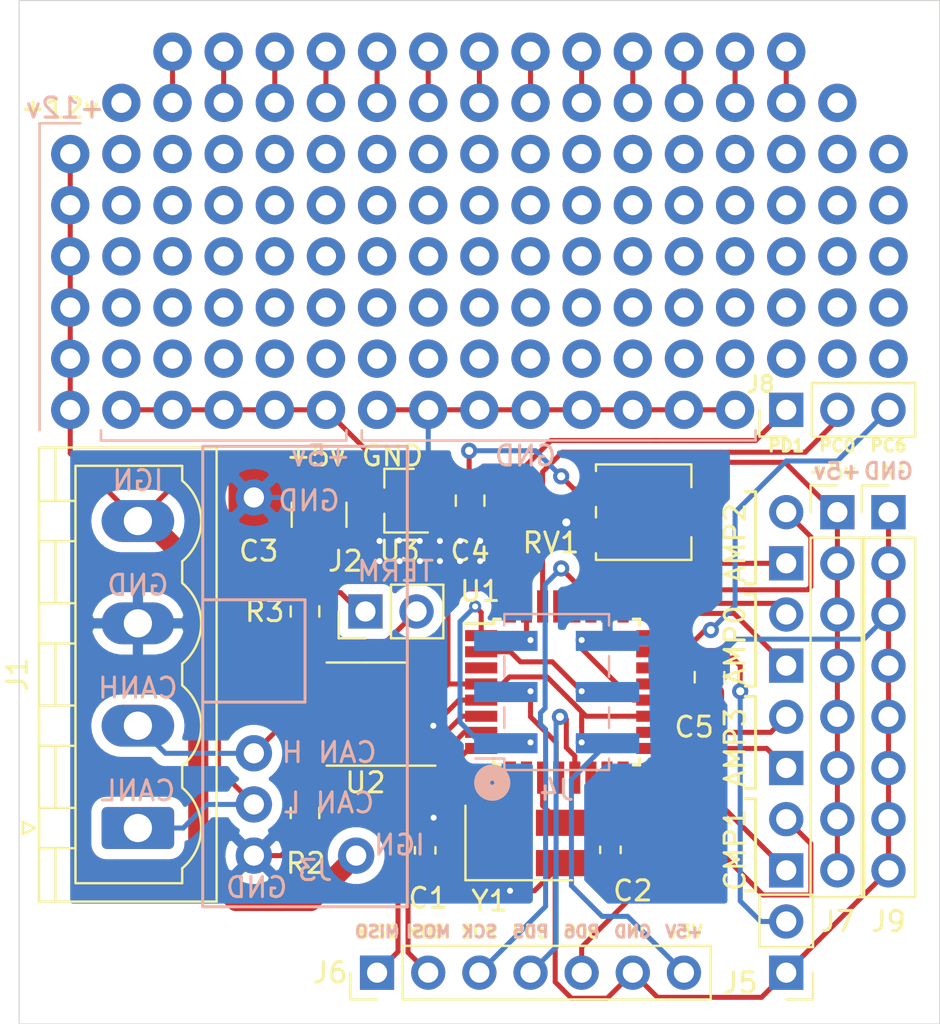
<source format=kicad_pcb>
(kicad_pcb (version 20171130) (host pcbnew "(5.1.8)-1")
  (layers (0 F.Cu signal) (31 B.Cu signal) (34 B.Paste user) (35 F.Paste user hide) (36 B.SilkS user) (37 F.SilkS user) (38 B.Mask user) (39 F.Mask user) (44 Edge.Cuts user))
  (net 0 "")
  (net 1 "Net-(C1-Pad2)")
  (net 2 GND)
  (net 3 "Net-(C2-Pad1)")
  (net 4 +5V)
  (net 5 /CANH)
  (net 6 /CANL)
  (net 7 "Net-(J2-Pad1)")
  (net 8 +12V)
  (net 9 /rst)
  (net 10 /MOSI)
  (net 11 /SCK)
  (net 12 /MISO)
  (net 13 "Net-(RV1-Pad2)")
  (net 14 "Net-(AMP0-Pad2)")
  (net 15 "Net-(AMP0-Pad1)")
  (net 16 "Net-(AMP2-Pad2)")
  (net 17 "Net-(AMP2-Pad1)")
  (net 18 "Net-(AMP3-Pad2)")
  (net 19 "Net-(AMP3-Pad1)")
  (net 20 "Net-(C5-Pad1)")
  (net 21 /ACOMP0+)
  (net 22 /ACOMP0-)
  (net 23 /MOSI_A)
  (net 24 /SCK_A)
  (net 25 /MISO_A)
  (net 26 /PD6)
  (net 27 /PD5)
  (net 28 /PD1)
  (net 29 /PC6)
  (net 30 /PC1)
  (net 31 /PC0)
  (net 32 /CANPD)
  (net 33 /RXCAN)
  (net 34 /TXCAN)
  (net 35 "Net-(U2-Pad5)")
  (net 36 "Net-(R2-Pad2)")
  (module MountingHole:MountingHole_2.7mm_M2.5_ISO14580 (layer F.Cu) (at 53.5 77.12)
    (fp_text reference REF** hide)
    (fp_text value MountingHole_2.7mm_M2.5_ISO14580)
    (pad "" np_thru_hole circle (at 0 0) (size 2.7 2.7) (drill 2.7) (layers *.Cu *.Mask F.Paste))
  )
  (module MountingHole:MountingHole_2.7mm_M2.5_ISO14580 (layer F.Cu) (at 83.98 77.12)
    (fp_text reference REF** hide)
    (fp_text value MountingHole_2.7mm_M2.5_ISO14580)
    (pad "" np_thru_hole circle (at 0 0) (size 2.7 2.7) (drill 2.7) (layers *.Cu *.Mask F.Paste))
  )
  (module MountingHole:MountingHole_2.7mm_M2.5_ISO14580 (layer F.Cu) (at 43.34 77.12)
    (fp_text reference REF** hide)
    (fp_text value MountingHole_2.7mm_M2.5_ISO14580)
    (pad "" np_thru_hole circle (at 0 0) (size 2.7 2.7) (drill 2.7) (layers *.Cu *.Mask F.Paste))
  )
  (module MountingHole:MountingHole_2.7mm_M2.5_ISO14580 (layer F.Cu) (at 43.34 31.4)
    (fp_text reference REF** hide)
    (fp_text value MountingHole_2.7mm_M2.5_ISO14580)
    (pad "" np_thru_hole circle (at 0 0) (size 2.7 2.7) (drill 2.7) (layers *.Cu *.Mask F.Paste))
  )
  (module MountingHole:MountingHole_2.7mm_M2.5_ISO14580 (layer F.Cu) (at 83.98 31.4)
    (fp_text reference REF** hide)
    (fp_text value MountingHole_2.7mm_M2.5_ISO14580)
    (pad "" np_thru_hole circle (at 0 0) (size 2.7 2.7) (drill 2.7) (layers *.Cu *.Mask F.Paste))
  )
  (module EPS_CAN:RX8_EPS_F (layer B.Cu) (at 55 63.69 270)
    (fp_text reference J3 (at 8.35 -0.5) (layer B.SilkS) (effects (justify mirror)))
    (fp_text value RX8_EPS_CONN)
    (pad 2P thru_hole circle (at 7.62 -2.54 270) (size 1.8 1.8) (drill 1) (layers *.Cu *.Mask) (net 8 +12V))
    (pad 2O thru_hole circle (at 7.62 2.54 270) (size 1.8 1.8) (drill 1) (layers *.Cu *.Mask) (net 2 GND))
    (pad 2M thru_hole circle (at 5.08 2.54 270) (size 1.8 1.8) (drill 1) (layers *.Cu *.Mask) (net 6 /CANL))
    (pad 2K thru_hole circle (at 2.54 2.54 270) (size 1.8 1.8) (drill 1) (layers *.Cu *.Mask) (net 5 /CANH))
    (pad 2A thru_hole circle (at -10.16 2.54 270) (size 1.8 1.8) (drill 1) (layers *.Cu *.Mask) (net 2 GND))
  )
  (module Connector_Wire:SolderWire-0.5sqmm_1x01_D0.9mm_OD2.1mm (layer F.Cu) (at 61.12 49.18)
    (fp_text reference REF** hide)
    (fp_text value SolderWire-0.5sqmm_1x01_D0.9mm_OD2.1mm)
    (pad 1 thru_hole circle (at 0 0) (size 1.9 1.9) (drill 1) (layers *.Cu *.Mask) (net 2 GND))
  )
  (module Connector_Wire:SolderWire-0.5sqmm_1x01_D0.9mm_OD2.1mm (layer F.Cu) (at 68.74 49.18)
    (fp_text reference REF** hide)
    (fp_text value SolderWire-0.5sqmm_1x01_D0.9mm_OD2.1mm)
    (pad 1 thru_hole circle (at 0 0) (size 1.9 1.9) (drill 1) (layers *.Cu *.Mask) (net 2 GND))
  )
  (module Connector_PinHeader_2.54mm:PinHeader_1x08_P2.54mm_Vertical (layer F.Cu) (at 83.98 54.26)
    (fp_text reference J9 (at 0 20.32) (layer F.SilkS))
    (fp_text value Conn_01x08)
    (pad 8 thru_hole oval (at 0 17.78) (size 1.7 1.7) (drill 1) (layers *.Cu *.Mask) (net 2 GND))
    (pad 7 thru_hole oval (at 0 15.24) (size 1.7 1.7) (drill 1) (layers *.Cu *.Mask) (net 2 GND))
    (pad 6 thru_hole oval (at 0 12.7) (size 1.7 1.7) (drill 1) (layers *.Cu *.Mask) (net 2 GND))
    (pad 5 thru_hole oval (at 0 10.16) (size 1.7 1.7) (drill 1) (layers *.Cu *.Mask) (net 2 GND))
    (pad 4 thru_hole oval (at 0 7.62) (size 1.7 1.7) (drill 1) (layers *.Cu *.Mask) (net 2 GND))
    (pad 3 thru_hole oval (at 0 5.08) (size 1.7 1.7) (drill 1) (layers *.Cu *.Mask) (net 2 GND))
    (pad 2 thru_hole oval (at 0 2.54) (size 1.7 1.7) (drill 1) (layers *.Cu *.Mask) (net 2 GND))
    (pad 1 thru_hole rect (at 0 0) (size 1.7 1.7) (drill 1) (layers *.Cu *.Mask) (net 2 GND))
  )
  (module Connector_PinHeader_2.54mm:PinHeader_1x08_P2.54mm_Vertical (layer F.Cu) (at 81.44 54.26)
    (fp_text reference J7 (at 0 20.32) (layer F.SilkS))
    (fp_text value Conn_01x08)
    (pad 8 thru_hole oval (at 0 17.78) (size 1.7 1.7) (drill 1) (layers *.Cu *.Mask) (net 4 +5V))
    (pad 7 thru_hole oval (at 0 15.24) (size 1.7 1.7) (drill 1) (layers *.Cu *.Mask) (net 4 +5V))
    (pad 6 thru_hole oval (at 0 12.7) (size 1.7 1.7) (drill 1) (layers *.Cu *.Mask) (net 4 +5V))
    (pad 5 thru_hole oval (at 0 10.16) (size 1.7 1.7) (drill 1) (layers *.Cu *.Mask) (net 4 +5V))
    (pad 4 thru_hole oval (at 0 7.62) (size 1.7 1.7) (drill 1) (layers *.Cu *.Mask) (net 4 +5V))
    (pad 3 thru_hole oval (at 0 5.08) (size 1.7 1.7) (drill 1) (layers *.Cu *.Mask) (net 4 +5V))
    (pad 2 thru_hole oval (at 0 2.54) (size 1.7 1.7) (drill 1) (layers *.Cu *.Mask) (net 4 +5V))
    (pad 1 thru_hole rect (at 0 0) (size 1.7 1.7) (drill 1) (layers *.Cu *.Mask) (net 4 +5V))
  )
  (module EPS_CAN:PinHeader_1x02_P2.54mm_SPECIALSILK (layer F.Cu) (at 78.9 72.04 180)
    (fp_text reference CMP1 (at 2.54 1.016 90) (layer F.SilkS))
    (fp_text value Conn_01x02)
    (pad 2 thru_hole oval (at 0 2.54 180) (size 1.7 1.7) (drill 1) (layers *.Cu *.Mask) (net 21 /ACOMP0+))
    (pad 1 thru_hole rect (at 0 0 180) (size 1.7 1.7) (drill 1) (layers *.Cu *.Mask) (net 22 /ACOMP0-))
  )
  (module EPS_CAN:PinHeader_1x02_P2.54mm_SPECIALSILK (layer F.Cu) (at 78.9 66.96 180)
    (fp_text reference AMP3 (at 2.54 1.016 90) (layer F.SilkS))
    (fp_text value Conn_01x02)
    (pad 2 thru_hole oval (at 0 2.54 180) (size 1.7 1.7) (drill 1) (layers *.Cu *.Mask) (net 18 "Net-(AMP3-Pad2)"))
    (pad 1 thru_hole rect (at 0 0 180) (size 1.7 1.7) (drill 1) (layers *.Cu *.Mask) (net 19 "Net-(AMP3-Pad1)"))
  )
  (module EPS_CAN:PinHeader_1x02_P2.54mm_SPECIALSILK (layer F.Cu) (at 78.9 56.8 180)
    (fp_text reference AMP2 (at 2.54 1.016 90) (layer F.SilkS))
    (fp_text value Conn_01x02)
    (pad 2 thru_hole oval (at 0 2.54 180) (size 1.7 1.7) (drill 1) (layers *.Cu *.Mask) (net 16 "Net-(AMP2-Pad2)"))
    (pad 1 thru_hole rect (at 0 0 180) (size 1.7 1.7) (drill 1) (layers *.Cu *.Mask) (net 17 "Net-(AMP2-Pad1)"))
  )
  (module EPS_CAN:PinHeader_1x02_P2.54mm_SPECIALSILK (layer F.Cu) (at 78.9 61.88 180)
    (fp_text reference AMP0 (at 2.54 1.016 90) (layer F.SilkS))
    (fp_text value Conn_01x02)
    (pad 2 thru_hole oval (at 0 2.54 180) (size 1.7 1.7) (drill 1) (layers *.Cu *.Mask) (net 14 "Net-(AMP0-Pad2)"))
    (pad 1 thru_hole rect (at 0 0 180) (size 1.7 1.7) (drill 1) (layers *.Cu *.Mask) (net 15 "Net-(AMP0-Pad1)"))
  )
  (module Connector_Wire:SolderWire-0.5sqmm_1x01_D0.9mm_OD2.1mm (layer F.Cu) (at 81.44 33.94)
    (fp_text reference REF** hide)
    (fp_text value SolderWire-0.5sqmm_1x01_D0.9mm_OD2.1mm)
    (pad 1 thru_hole circle (at 0 0) (size 1.9 1.9) (drill 1) (layers *.Cu *.Mask))
  )
  (module Connector_Wire:SolderWire-0.5sqmm_1x01_D0.9mm_OD2.1mm (layer F.Cu) (at 76.36 49.18)
    (fp_text reference REF** hide)
    (fp_text value SolderWire-0.5sqmm_1x01_D0.9mm_OD2.1mm)
    (pad 1 thru_hole circle (at 0 0) (size 1.9 1.9) (drill 1) (layers *.Cu *.Mask) (net 2 GND))
  )
  (module Connector_Wire:SolderWire-0.5sqmm_1x01_D0.9mm_OD2.1mm (layer F.Cu) (at 73.82 49.18)
    (fp_text reference REF** hide)
    (fp_text value SolderWire-0.5sqmm_1x01_D0.9mm_OD2.1mm)
    (pad 1 thru_hole circle (at 0 0) (size 1.9 1.9) (drill 1) (layers *.Cu *.Mask) (net 2 GND))
  )
  (module Connector_Wire:SolderWire-0.5sqmm_1x01_D0.9mm_OD2.1mm (layer F.Cu) (at 81.44 41.56)
    (fp_text reference REF** hide)
    (fp_text value SolderWire-0.5sqmm_1x01_D0.9mm_OD2.1mm)
    (pad 1 thru_hole circle (at 0 0) (size 1.9 1.9) (drill 1) (layers *.Cu *.Mask))
  )
  (module Connector_Wire:SolderWire-0.5sqmm_1x01_D0.9mm_OD2.1mm (layer F.Cu) (at 83.98 44.1)
    (fp_text reference REF** hide)
    (fp_text value SolderWire-0.5sqmm_1x01_D0.9mm_OD2.1mm)
    (pad 1 thru_hole circle (at 0 0) (size 1.9 1.9) (drill 1) (layers *.Cu *.Mask))
  )
  (module Connector_Wire:SolderWire-0.5sqmm_1x01_D0.9mm_OD2.1mm (layer F.Cu) (at 81.44 46.64)
    (fp_text reference REF** hide)
    (fp_text value SolderWire-0.5sqmm_1x01_D0.9mm_OD2.1mm)
    (pad 1 thru_hole circle (at 0 0) (size 1.9 1.9) (drill 1) (layers *.Cu *.Mask))
  )
  (module Connector_Wire:SolderWire-0.5sqmm_1x01_D0.9mm_OD2.1mm (layer F.Cu) (at 83.98 46.64)
    (fp_text reference REF** hide)
    (fp_text value SolderWire-0.5sqmm_1x01_D0.9mm_OD2.1mm)
    (pad 1 thru_hole circle (at 0 0) (size 1.9 1.9) (drill 1) (layers *.Cu *.Mask))
  )
  (module Connector_Wire:SolderWire-0.5sqmm_1x01_D0.9mm_OD2.1mm (layer F.Cu) (at 81.44 44.1)
    (fp_text reference REF** hide)
    (fp_text value SolderWire-0.5sqmm_1x01_D0.9mm_OD2.1mm)
    (pad 1 thru_hole circle (at 0 0) (size 1.9 1.9) (drill 1) (layers *.Cu *.Mask))
  )
  (module Connector_Wire:SolderWire-0.5sqmm_1x01_D0.9mm_OD2.1mm (layer F.Cu) (at 83.98 41.56)
    (fp_text reference REF** hide)
    (fp_text value SolderWire-0.5sqmm_1x01_D0.9mm_OD2.1mm)
    (pad 1 thru_hole circle (at 0 0) (size 1.9 1.9) (drill 1) (layers *.Cu *.Mask))
  )
  (module Connector_Wire:SolderWire-0.5sqmm_1x01_D0.9mm_OD2.1mm (layer F.Cu) (at 83.98 39.02)
    (fp_text reference REF** hide)
    (fp_text value SolderWire-0.5sqmm_1x01_D0.9mm_OD2.1mm)
    (pad 1 thru_hole circle (at 0 0) (size 1.9 1.9) (drill 1) (layers *.Cu *.Mask))
  )
  (module Connector_Wire:SolderWire-0.5sqmm_1x01_D0.9mm_OD2.1mm (layer F.Cu) (at 81.44 39.02)
    (fp_text reference REF** hide)
    (fp_text value SolderWire-0.5sqmm_1x01_D0.9mm_OD2.1mm)
    (pad 1 thru_hole circle (at 0 0) (size 1.9 1.9) (drill 1) (layers *.Cu *.Mask))
  )
  (module Connector_Wire:SolderWire-0.5sqmm_1x01_D0.9mm_OD2.1mm (layer F.Cu) (at 83.98 36.48)
    (fp_text reference REF** hide)
    (fp_text value SolderWire-0.5sqmm_1x01_D0.9mm_OD2.1mm)
    (pad 1 thru_hole circle (at 0 0) (size 1.9 1.9) (drill 1) (layers *.Cu *.Mask))
  )
  (module Connector_Wire:SolderWire-0.5sqmm_1x01_D0.9mm_OD2.1mm (layer F.Cu) (at 81.44 36.48)
    (fp_text reference REF** hide)
    (fp_text value SolderWire-0.5sqmm_1x01_D0.9mm_OD2.1mm)
    (pad 1 thru_hole circle (at 0 0) (size 1.9 1.9) (drill 1) (layers *.Cu *.Mask))
  )
  (module Connector_Wire:SolderWire-0.5sqmm_1x01_D0.9mm_OD2.1mm (layer F.Cu) (at 45.88 33.94)
    (fp_text reference REF** hide)
    (fp_text value SolderWire-0.5sqmm_1x01_D0.9mm_OD2.1mm)
    (pad 1 thru_hole circle (at 0 0) (size 1.9 1.9) (drill 1) (layers *.Cu *.Mask))
  )
  (module Connector_Wire:SolderWire-0.5sqmm_1x01_D0.9mm_OD2.1mm (layer F.Cu) (at 71.28 49.18)
    (fp_text reference REF** hide)
    (fp_text value SolderWire-0.5sqmm_1x01_D0.9mm_OD2.1mm)
    (pad 1 thru_hole circle (at 0 0) (size 1.9 1.9) (drill 1) (layers *.Cu *.Mask) (net 2 GND))
  )
  (module Connector_Wire:SolderWire-0.5sqmm_1x01_D0.9mm_OD2.1mm (layer F.Cu) (at 58.58 49.18)
    (fp_text reference REF** hide)
    (fp_text value SolderWire-0.5sqmm_1x01_D0.9mm_OD2.1mm)
    (pad 1 thru_hole circle (at 0 0) (size 1.9 1.9) (drill 1) (layers *.Cu *.Mask) (net 2 GND))
  )
  (module Connector_Wire:SolderWire-0.5sqmm_1x01_D0.9mm_OD2.1mm (layer F.Cu) (at 63.66 49.18)
    (fp_text reference REF** hide)
    (fp_text value SolderWire-0.5sqmm_1x01_D0.9mm_OD2.1mm)
    (pad 1 thru_hole circle (at 0 0) (size 1.9 1.9) (drill 1) (layers *.Cu *.Mask) (net 2 GND))
  )
  (module Connector_Wire:SolderWire-0.5sqmm_1x01_D0.9mm_OD2.1mm (layer F.Cu) (at 56.04 49.18)
    (fp_text reference REF** hide)
    (fp_text value SolderWire-0.5sqmm_1x01_D0.9mm_OD2.1mm)
    (pad 1 thru_hole circle (at 0 0) (size 1.9 1.9) (drill 1) (layers *.Cu *.Mask) (net 4 +5V))
  )
  (module Connector_Wire:SolderWire-0.5sqmm_1x01_D0.9mm_OD2.1mm (layer F.Cu) (at 66.2 49.18)
    (fp_text reference REF** hide)
    (fp_text value SolderWire-0.5sqmm_1x01_D0.9mm_OD2.1mm)
    (pad 1 thru_hole circle (at 0 0) (size 1.9 1.9) (drill 1) (layers *.Cu *.Mask) (net 2 GND))
  )
  (module Connector_Wire:SolderWire-0.5sqmm_1x01_D0.9mm_OD2.1mm (layer F.Cu) (at 53.5 49.18)
    (fp_text reference REF** hide)
    (fp_text value SolderWire-0.5sqmm_1x01_D0.9mm_OD2.1mm)
    (pad 1 thru_hole circle (at 0 0) (size 1.9 1.9) (drill 1) (layers *.Cu *.Mask) (net 4 +5V))
  )
  (module Connector_Wire:SolderWire-0.5sqmm_1x01_D0.9mm_OD2.1mm (layer F.Cu) (at 45.88 49.18)
    (fp_text reference REF** hide)
    (fp_text value SolderWire-0.5sqmm_1x01_D0.9mm_OD2.1mm)
    (pad 1 thru_hole circle (at 0 0) (size 1.9 1.9) (drill 1) (layers *.Cu *.Mask) (net 4 +5V))
  )
  (module Connector_Wire:SolderWire-0.5sqmm_1x01_D0.9mm_OD2.1mm (layer F.Cu) (at 50.96 49.18)
    (fp_text reference REF** hide)
    (fp_text value SolderWire-0.5sqmm_1x01_D0.9mm_OD2.1mm)
    (pad 1 thru_hole circle (at 0 0) (size 1.9 1.9) (drill 1) (layers *.Cu *.Mask) (net 4 +5V))
  )
  (module Connector_Wire:SolderWire-0.5sqmm_1x01_D0.9mm_OD2.1mm (layer F.Cu) (at 48.42 49.18)
    (fp_text reference REF** hide)
    (fp_text value SolderWire-0.5sqmm_1x01_D0.9mm_OD2.1mm)
    (pad 1 thru_hole circle (at 0 0) (size 1.9 1.9) (drill 1) (layers *.Cu *.Mask) (net 4 +5V))
  )
  (module Connector_Wire:SolderWire-0.5sqmm_1x01_D0.9mm_OD2.1mm (layer F.Cu) (at 43.34 49.18)
    (fp_text reference REF** hide)
    (fp_text value SolderWire-0.5sqmm_1x01_D0.9mm_OD2.1mm)
    (pad 1 thru_hole circle (at 0 0) (size 1.9 1.9) (drill 1) (layers *.Cu *.Mask) (net 8 +12V))
  )
  (module Connector_Wire:SolderWire-0.5sqmm_1x01_D0.9mm_OD2.1mm (layer F.Cu) (at 43.34 46.64)
    (fp_text reference REF** hide)
    (fp_text value SolderWire-0.5sqmm_1x01_D0.9mm_OD2.1mm)
    (pad 1 thru_hole circle (at 0 0) (size 1.9 1.9) (drill 1) (layers *.Cu *.Mask) (net 8 +12V))
  )
  (module Connector_Wire:SolderWire-0.5sqmm_1x01_D0.9mm_OD2.1mm (layer F.Cu) (at 43.34 39.02)
    (fp_text reference REF** hide)
    (fp_text value SolderWire-0.5sqmm_1x01_D0.9mm_OD2.1mm)
    (pad 1 thru_hole circle (at 0 0) (size 1.9 1.9) (drill 1) (layers *.Cu *.Mask) (net 8 +12V))
  )
  (module Connector_Wire:SolderWire-0.5sqmm_1x01_D0.9mm_OD2.1mm (layer F.Cu) (at 45.88 44.1)
    (fp_text reference REF** hide)
    (fp_text value SolderWire-0.5sqmm_1x01_D0.9mm_OD2.1mm)
    (pad 1 thru_hole circle (at 0 0) (size 1.9 1.9) (drill 1) (layers *.Cu *.Mask))
  )
  (module Connector_Wire:SolderWire-0.5sqmm_1x01_D0.9mm_OD2.1mm (layer F.Cu) (at 43.34 44.1)
    (fp_text reference REF** hide)
    (fp_text value SolderWire-0.5sqmm_1x01_D0.9mm_OD2.1mm)
    (pad 1 thru_hole circle (at 0 0) (size 1.9 1.9) (drill 1) (layers *.Cu *.Mask) (net 8 +12V))
  )
  (module Connector_Wire:SolderWire-0.5sqmm_1x01_D0.9mm_OD2.1mm (layer F.Cu) (at 45.88 41.56)
    (fp_text reference REF** hide)
    (fp_text value SolderWire-0.5sqmm_1x01_D0.9mm_OD2.1mm)
    (pad 1 thru_hole circle (at 0 0) (size 1.9 1.9) (drill 1) (layers *.Cu *.Mask))
  )
  (module Connector_Wire:SolderWire-0.5sqmm_1x01_D0.9mm_OD2.1mm (layer F.Cu) (at 43.34 41.56)
    (fp_text reference REF** hide)
    (fp_text value SolderWire-0.5sqmm_1x01_D0.9mm_OD2.1mm)
    (pad 1 thru_hole circle (at 0 0) (size 1.9 1.9) (drill 1) (layers *.Cu *.Mask) (net 8 +12V))
  )
  (module Connector_Wire:SolderWire-0.5sqmm_1x01_D0.9mm_OD2.1mm (layer F.Cu) (at 45.88 46.64)
    (fp_text reference REF** hide)
    (fp_text value SolderWire-0.5sqmm_1x01_D0.9mm_OD2.1mm)
    (pad 1 thru_hole circle (at 0 0) (size 1.9 1.9) (drill 1) (layers *.Cu *.Mask))
  )
  (module Connector_Wire:SolderWire-0.5sqmm_1x01_D0.9mm_OD2.1mm (layer F.Cu) (at 45.88 39.02)
    (fp_text reference REF** hide)
    (fp_text value SolderWire-0.5sqmm_1x01_D0.9mm_OD2.1mm)
    (pad 1 thru_hole circle (at 0 0) (size 1.9 1.9) (drill 1) (layers *.Cu *.Mask))
  )
  (module Connector_Wire:SolderWire-0.5sqmm_1x01_D0.9mm_OD2.1mm (layer F.Cu) (at 45.88 36.48)
    (fp_text reference REF** hide)
    (fp_text value SolderWire-0.5sqmm_1x01_D0.9mm_OD2.1mm)
    (pad 1 thru_hole circle (at 0 0) (size 1.9 1.9) (drill 1) (layers *.Cu *.Mask))
  )
  (module Connector_Wire:SolderWire-0.5sqmm_1x01_D0.9mm_OD2.1mm (layer F.Cu) (at 43.34 36.48)
    (fp_text reference REF** hide)
    (fp_text value SolderWire-0.5sqmm_1x01_D0.9mm_OD2.1mm)
    (pad 1 thru_hole circle (at 0 0) (size 1.9 1.9) (drill 1) (layers *.Cu *.Mask) (net 8 +12V))
  )
  (module Connector_Wire:SolderWire-0.5sqmm_1x01_D0.9mm_OD2.1mm (layer F.Cu) (at 78.9 46.64)
    (fp_text reference REF** hide)
    (fp_text value SolderWire-0.5sqmm_1x01_D0.9mm_OD2.1mm)
    (pad 1 thru_hole circle (at 0 0) (size 1.9 1.9) (drill 1) (layers *.Cu *.Mask))
  )
  (module Connector_Wire:SolderWire-0.5sqmm_1x01_D0.9mm_OD2.1mm (layer F.Cu) (at 76.36 46.64)
    (fp_text reference REF** hide)
    (fp_text value SolderWire-0.5sqmm_1x01_D0.9mm_OD2.1mm)
    (pad 1 thru_hole circle (at 0 0) (size 1.9 1.9) (drill 1) (layers *.Cu *.Mask))
  )
  (module Connector_Wire:SolderWire-0.5sqmm_1x01_D0.9mm_OD2.1mm (layer F.Cu) (at 73.82 46.64)
    (fp_text reference REF** hide)
    (fp_text value SolderWire-0.5sqmm_1x01_D0.9mm_OD2.1mm)
    (pad 1 thru_hole circle (at 0 0) (size 1.9 1.9) (drill 1) (layers *.Cu *.Mask))
  )
  (module Connector_Wire:SolderWire-0.5sqmm_1x01_D0.9mm_OD2.1mm (layer F.Cu) (at 71.28 46.64)
    (fp_text reference REF** hide)
    (fp_text value SolderWire-0.5sqmm_1x01_D0.9mm_OD2.1mm)
    (pad 1 thru_hole circle (at 0 0) (size 1.9 1.9) (drill 1) (layers *.Cu *.Mask))
  )
  (module Connector_Wire:SolderWire-0.5sqmm_1x01_D0.9mm_OD2.1mm (layer F.Cu) (at 68.74 46.64)
    (fp_text reference REF** hide)
    (fp_text value SolderWire-0.5sqmm_1x01_D0.9mm_OD2.1mm)
    (pad 1 thru_hole circle (at 0 0) (size 1.9 1.9) (drill 1) (layers *.Cu *.Mask))
  )
  (module Connector_Wire:SolderWire-0.5sqmm_1x01_D0.9mm_OD2.1mm (layer F.Cu) (at 66.2 46.64)
    (fp_text reference REF** hide)
    (fp_text value SolderWire-0.5sqmm_1x01_D0.9mm_OD2.1mm)
    (pad 1 thru_hole circle (at 0 0) (size 1.9 1.9) (drill 1) (layers *.Cu *.Mask))
  )
  (module Connector_Wire:SolderWire-0.5sqmm_1x01_D0.9mm_OD2.1mm (layer F.Cu) (at 63.66 46.64)
    (fp_text reference REF** hide)
    (fp_text value SolderWire-0.5sqmm_1x01_D0.9mm_OD2.1mm)
    (pad 1 thru_hole circle (at 0 0) (size 1.9 1.9) (drill 1) (layers *.Cu *.Mask))
  )
  (module Connector_Wire:SolderWire-0.5sqmm_1x01_D0.9mm_OD2.1mm (layer F.Cu) (at 61.12 46.64)
    (fp_text reference REF** hide)
    (fp_text value SolderWire-0.5sqmm_1x01_D0.9mm_OD2.1mm)
    (pad 1 thru_hole circle (at 0 0) (size 1.9 1.9) (drill 1) (layers *.Cu *.Mask))
  )
  (module Connector_Wire:SolderWire-0.5sqmm_1x01_D0.9mm_OD2.1mm (layer F.Cu) (at 58.58 46.64)
    (fp_text reference REF** hide)
    (fp_text value SolderWire-0.5sqmm_1x01_D0.9mm_OD2.1mm)
    (pad 1 thru_hole circle (at 0 0) (size 1.9 1.9) (drill 1) (layers *.Cu *.Mask))
  )
  (module Connector_Wire:SolderWire-0.5sqmm_1x01_D0.9mm_OD2.1mm (layer F.Cu) (at 56.04 46.64)
    (fp_text reference REF** hide)
    (fp_text value SolderWire-0.5sqmm_1x01_D0.9mm_OD2.1mm)
    (pad 1 thru_hole circle (at 0 0) (size 1.9 1.9) (drill 1) (layers *.Cu *.Mask))
  )
  (module Connector_Wire:SolderWire-0.5sqmm_1x01_D0.9mm_OD2.1mm (layer F.Cu) (at 53.5 46.64)
    (fp_text reference REF** hide)
    (fp_text value SolderWire-0.5sqmm_1x01_D0.9mm_OD2.1mm)
    (pad 1 thru_hole circle (at 0 0) (size 1.9 1.9) (drill 1) (layers *.Cu *.Mask))
  )
  (module Connector_Wire:SolderWire-0.5sqmm_1x01_D0.9mm_OD2.1mm (layer F.Cu) (at 50.96 46.64)
    (fp_text reference REF** hide)
    (fp_text value SolderWire-0.5sqmm_1x01_D0.9mm_OD2.1mm)
    (pad 1 thru_hole circle (at 0 0) (size 1.9 1.9) (drill 1) (layers *.Cu *.Mask))
  )
  (module Connector_Wire:SolderWire-0.5sqmm_1x01_D0.9mm_OD2.1mm (layer F.Cu) (at 48.42 46.64)
    (fp_text reference REF** hide)
    (fp_text value SolderWire-0.5sqmm_1x01_D0.9mm_OD2.1mm)
    (pad 1 thru_hole circle (at 0 0) (size 1.9 1.9) (drill 1) (layers *.Cu *.Mask))
  )
  (module Connector_Wire:SolderWire-0.5sqmm_1x01_D0.9mm_OD2.1mm (layer F.Cu) (at 78.9 44.1)
    (fp_text reference REF** hide)
    (fp_text value SolderWire-0.5sqmm_1x01_D0.9mm_OD2.1mm)
    (pad 1 thru_hole circle (at 0 0) (size 1.9 1.9) (drill 1) (layers *.Cu *.Mask))
  )
  (module Connector_Wire:SolderWire-0.5sqmm_1x01_D0.9mm_OD2.1mm (layer F.Cu) (at 76.36 44.1)
    (fp_text reference REF** hide)
    (fp_text value SolderWire-0.5sqmm_1x01_D0.9mm_OD2.1mm)
    (pad 1 thru_hole circle (at 0 0) (size 1.9 1.9) (drill 1) (layers *.Cu *.Mask))
  )
  (module Connector_Wire:SolderWire-0.5sqmm_1x01_D0.9mm_OD2.1mm (layer F.Cu) (at 73.82 44.1)
    (fp_text reference REF** hide)
    (fp_text value SolderWire-0.5sqmm_1x01_D0.9mm_OD2.1mm)
    (pad 1 thru_hole circle (at 0 0) (size 1.9 1.9) (drill 1) (layers *.Cu *.Mask))
  )
  (module Connector_Wire:SolderWire-0.5sqmm_1x01_D0.9mm_OD2.1mm (layer F.Cu) (at 71.28 44.1)
    (fp_text reference REF** hide)
    (fp_text value SolderWire-0.5sqmm_1x01_D0.9mm_OD2.1mm)
    (pad 1 thru_hole circle (at 0 0) (size 1.9 1.9) (drill 1) (layers *.Cu *.Mask))
  )
  (module Connector_Wire:SolderWire-0.5sqmm_1x01_D0.9mm_OD2.1mm (layer F.Cu) (at 68.74 44.1)
    (fp_text reference REF** hide)
    (fp_text value SolderWire-0.5sqmm_1x01_D0.9mm_OD2.1mm)
    (pad 1 thru_hole circle (at 0 0) (size 1.9 1.9) (drill 1) (layers *.Cu *.Mask))
  )
  (module Connector_Wire:SolderWire-0.5sqmm_1x01_D0.9mm_OD2.1mm (layer F.Cu) (at 66.2 44.1)
    (fp_text reference REF** hide)
    (fp_text value SolderWire-0.5sqmm_1x01_D0.9mm_OD2.1mm)
    (pad 1 thru_hole circle (at 0 0) (size 1.9 1.9) (drill 1) (layers *.Cu *.Mask))
  )
  (module Connector_Wire:SolderWire-0.5sqmm_1x01_D0.9mm_OD2.1mm (layer F.Cu) (at 63.66 44.1)
    (fp_text reference REF** hide)
    (fp_text value SolderWire-0.5sqmm_1x01_D0.9mm_OD2.1mm)
    (pad 1 thru_hole circle (at 0 0) (size 1.9 1.9) (drill 1) (layers *.Cu *.Mask))
  )
  (module Connector_Wire:SolderWire-0.5sqmm_1x01_D0.9mm_OD2.1mm (layer F.Cu) (at 61.12 44.1)
    (fp_text reference REF** hide)
    (fp_text value SolderWire-0.5sqmm_1x01_D0.9mm_OD2.1mm)
    (pad 1 thru_hole circle (at 0 0) (size 1.9 1.9) (drill 1) (layers *.Cu *.Mask))
  )
  (module Connector_Wire:SolderWire-0.5sqmm_1x01_D0.9mm_OD2.1mm (layer F.Cu) (at 58.58 44.1)
    (fp_text reference REF** hide)
    (fp_text value SolderWire-0.5sqmm_1x01_D0.9mm_OD2.1mm)
    (pad 1 thru_hole circle (at 0 0) (size 1.9 1.9) (drill 1) (layers *.Cu *.Mask))
  )
  (module Connector_Wire:SolderWire-0.5sqmm_1x01_D0.9mm_OD2.1mm (layer F.Cu) (at 56.04 44.1)
    (fp_text reference REF** hide)
    (fp_text value SolderWire-0.5sqmm_1x01_D0.9mm_OD2.1mm)
    (pad 1 thru_hole circle (at 0 0) (size 1.9 1.9) (drill 1) (layers *.Cu *.Mask))
  )
  (module Connector_Wire:SolderWire-0.5sqmm_1x01_D0.9mm_OD2.1mm (layer F.Cu) (at 53.5 44.1)
    (fp_text reference REF** hide)
    (fp_text value SolderWire-0.5sqmm_1x01_D0.9mm_OD2.1mm)
    (pad 1 thru_hole circle (at 0 0) (size 1.9 1.9) (drill 1) (layers *.Cu *.Mask))
  )
  (module Connector_Wire:SolderWire-0.5sqmm_1x01_D0.9mm_OD2.1mm (layer F.Cu) (at 50.96 44.1)
    (fp_text reference REF** hide)
    (fp_text value SolderWire-0.5sqmm_1x01_D0.9mm_OD2.1mm)
    (pad 1 thru_hole circle (at 0 0) (size 1.9 1.9) (drill 1) (layers *.Cu *.Mask))
  )
  (module Connector_Wire:SolderWire-0.5sqmm_1x01_D0.9mm_OD2.1mm (layer F.Cu) (at 48.42 44.1)
    (fp_text reference REF** hide)
    (fp_text value SolderWire-0.5sqmm_1x01_D0.9mm_OD2.1mm)
    (pad 1 thru_hole circle (at 0 0) (size 1.9 1.9) (drill 1) (layers *.Cu *.Mask))
  )
  (module Connector_Wire:SolderWire-0.5sqmm_1x01_D0.9mm_OD2.1mm (layer F.Cu) (at 78.9 41.56)
    (fp_text reference REF** hide)
    (fp_text value SolderWire-0.5sqmm_1x01_D0.9mm_OD2.1mm)
    (pad 1 thru_hole circle (at 0 0) (size 1.9 1.9) (drill 1) (layers *.Cu *.Mask))
  )
  (module Connector_Wire:SolderWire-0.5sqmm_1x01_D0.9mm_OD2.1mm (layer F.Cu) (at 76.36 41.56)
    (fp_text reference REF** hide)
    (fp_text value SolderWire-0.5sqmm_1x01_D0.9mm_OD2.1mm)
    (pad 1 thru_hole circle (at 0 0) (size 1.9 1.9) (drill 1) (layers *.Cu *.Mask))
  )
  (module Connector_Wire:SolderWire-0.5sqmm_1x01_D0.9mm_OD2.1mm (layer F.Cu) (at 73.82 41.56)
    (fp_text reference REF** hide)
    (fp_text value SolderWire-0.5sqmm_1x01_D0.9mm_OD2.1mm)
    (pad 1 thru_hole circle (at 0 0) (size 1.9 1.9) (drill 1) (layers *.Cu *.Mask))
  )
  (module Connector_Wire:SolderWire-0.5sqmm_1x01_D0.9mm_OD2.1mm (layer F.Cu) (at 71.28 41.56)
    (fp_text reference REF** hide)
    (fp_text value SolderWire-0.5sqmm_1x01_D0.9mm_OD2.1mm)
    (pad 1 thru_hole circle (at 0 0) (size 1.9 1.9) (drill 1) (layers *.Cu *.Mask))
  )
  (module Connector_Wire:SolderWire-0.5sqmm_1x01_D0.9mm_OD2.1mm (layer F.Cu) (at 68.74 41.56)
    (fp_text reference REF** hide)
    (fp_text value SolderWire-0.5sqmm_1x01_D0.9mm_OD2.1mm)
    (pad 1 thru_hole circle (at 0 0) (size 1.9 1.9) (drill 1) (layers *.Cu *.Mask))
  )
  (module Connector_Wire:SolderWire-0.5sqmm_1x01_D0.9mm_OD2.1mm (layer F.Cu) (at 66.2 41.56)
    (fp_text reference REF** hide)
    (fp_text value SolderWire-0.5sqmm_1x01_D0.9mm_OD2.1mm)
    (pad 1 thru_hole circle (at 0 0) (size 1.9 1.9) (drill 1) (layers *.Cu *.Mask))
  )
  (module Connector_Wire:SolderWire-0.5sqmm_1x01_D0.9mm_OD2.1mm (layer F.Cu) (at 63.66 41.56)
    (fp_text reference REF** hide)
    (fp_text value SolderWire-0.5sqmm_1x01_D0.9mm_OD2.1mm)
    (pad 1 thru_hole circle (at 0 0) (size 1.9 1.9) (drill 1) (layers *.Cu *.Mask))
  )
  (module Connector_Wire:SolderWire-0.5sqmm_1x01_D0.9mm_OD2.1mm (layer F.Cu) (at 61.12 41.56)
    (fp_text reference REF** hide)
    (fp_text value SolderWire-0.5sqmm_1x01_D0.9mm_OD2.1mm)
    (pad 1 thru_hole circle (at 0 0) (size 1.9 1.9) (drill 1) (layers *.Cu *.Mask))
  )
  (module Connector_Wire:SolderWire-0.5sqmm_1x01_D0.9mm_OD2.1mm (layer F.Cu) (at 58.58 41.56)
    (fp_text reference REF** hide)
    (fp_text value SolderWire-0.5sqmm_1x01_D0.9mm_OD2.1mm)
    (pad 1 thru_hole circle (at 0 0) (size 1.9 1.9) (drill 1) (layers *.Cu *.Mask))
  )
  (module Connector_Wire:SolderWire-0.5sqmm_1x01_D0.9mm_OD2.1mm (layer F.Cu) (at 56.04 41.56)
    (fp_text reference REF** hide)
    (fp_text value SolderWire-0.5sqmm_1x01_D0.9mm_OD2.1mm)
    (pad 1 thru_hole circle (at 0 0) (size 1.9 1.9) (drill 1) (layers *.Cu *.Mask))
  )
  (module Connector_Wire:SolderWire-0.5sqmm_1x01_D0.9mm_OD2.1mm (layer F.Cu) (at 53.5 41.56)
    (fp_text reference REF** hide)
    (fp_text value SolderWire-0.5sqmm_1x01_D0.9mm_OD2.1mm)
    (pad 1 thru_hole circle (at 0 0) (size 1.9 1.9) (drill 1) (layers *.Cu *.Mask))
  )
  (module Connector_Wire:SolderWire-0.5sqmm_1x01_D0.9mm_OD2.1mm (layer F.Cu) (at 50.96 41.56)
    (fp_text reference REF** hide)
    (fp_text value SolderWire-0.5sqmm_1x01_D0.9mm_OD2.1mm)
    (pad 1 thru_hole circle (at 0 0) (size 1.9 1.9) (drill 1) (layers *.Cu *.Mask))
  )
  (module Connector_Wire:SolderWire-0.5sqmm_1x01_D0.9mm_OD2.1mm (layer F.Cu) (at 48.42 41.56)
    (fp_text reference REF** hide)
    (fp_text value SolderWire-0.5sqmm_1x01_D0.9mm_OD2.1mm)
    (pad 1 thru_hole circle (at 0 0) (size 1.9 1.9) (drill 1) (layers *.Cu *.Mask))
  )
  (module Connector_Wire:SolderWire-0.5sqmm_1x01_D0.9mm_OD2.1mm (layer F.Cu) (at 78.9 39.02)
    (fp_text reference REF** hide)
    (fp_text value SolderWire-0.5sqmm_1x01_D0.9mm_OD2.1mm)
    (pad 1 thru_hole circle (at 0 0) (size 1.9 1.9) (drill 1) (layers *.Cu *.Mask))
  )
  (module Connector_Wire:SolderWire-0.5sqmm_1x01_D0.9mm_OD2.1mm (layer F.Cu) (at 76.36 39.02)
    (fp_text reference REF** hide)
    (fp_text value SolderWire-0.5sqmm_1x01_D0.9mm_OD2.1mm)
    (pad 1 thru_hole circle (at 0 0) (size 1.9 1.9) (drill 1) (layers *.Cu *.Mask))
  )
  (module Connector_Wire:SolderWire-0.5sqmm_1x01_D0.9mm_OD2.1mm (layer F.Cu) (at 73.82 39.02)
    (fp_text reference REF** hide)
    (fp_text value SolderWire-0.5sqmm_1x01_D0.9mm_OD2.1mm)
    (pad 1 thru_hole circle (at 0 0) (size 1.9 1.9) (drill 1) (layers *.Cu *.Mask))
  )
  (module Connector_Wire:SolderWire-0.5sqmm_1x01_D0.9mm_OD2.1mm (layer F.Cu) (at 71.28 39.02)
    (fp_text reference REF** hide)
    (fp_text value SolderWire-0.5sqmm_1x01_D0.9mm_OD2.1mm)
    (pad 1 thru_hole circle (at 0 0) (size 1.9 1.9) (drill 1) (layers *.Cu *.Mask))
  )
  (module Connector_Wire:SolderWire-0.5sqmm_1x01_D0.9mm_OD2.1mm (layer F.Cu) (at 68.74 39.02)
    (fp_text reference REF** hide)
    (fp_text value SolderWire-0.5sqmm_1x01_D0.9mm_OD2.1mm)
    (pad 1 thru_hole circle (at 0 0) (size 1.9 1.9) (drill 1) (layers *.Cu *.Mask))
  )
  (module Connector_Wire:SolderWire-0.5sqmm_1x01_D0.9mm_OD2.1mm (layer F.Cu) (at 66.2 39.02)
    (fp_text reference REF** hide)
    (fp_text value SolderWire-0.5sqmm_1x01_D0.9mm_OD2.1mm)
    (pad 1 thru_hole circle (at 0 0) (size 1.9 1.9) (drill 1) (layers *.Cu *.Mask))
  )
  (module Connector_Wire:SolderWire-0.5sqmm_1x01_D0.9mm_OD2.1mm (layer F.Cu) (at 63.66 39.02)
    (fp_text reference REF** hide)
    (fp_text value SolderWire-0.5sqmm_1x01_D0.9mm_OD2.1mm)
    (pad 1 thru_hole circle (at 0 0) (size 1.9 1.9) (drill 1) (layers *.Cu *.Mask))
  )
  (module Connector_Wire:SolderWire-0.5sqmm_1x01_D0.9mm_OD2.1mm (layer F.Cu) (at 61.12 39.02)
    (fp_text reference REF** hide)
    (fp_text value SolderWire-0.5sqmm_1x01_D0.9mm_OD2.1mm)
    (pad 1 thru_hole circle (at 0 0) (size 1.9 1.9) (drill 1) (layers *.Cu *.Mask))
  )
  (module Connector_Wire:SolderWire-0.5sqmm_1x01_D0.9mm_OD2.1mm (layer F.Cu) (at 58.58 39.02)
    (fp_text reference REF** hide)
    (fp_text value SolderWire-0.5sqmm_1x01_D0.9mm_OD2.1mm)
    (pad 1 thru_hole circle (at 0 0) (size 1.9 1.9) (drill 1) (layers *.Cu *.Mask))
  )
  (module Connector_Wire:SolderWire-0.5sqmm_1x01_D0.9mm_OD2.1mm (layer F.Cu) (at 56.04 39.02)
    (fp_text reference REF** hide)
    (fp_text value SolderWire-0.5sqmm_1x01_D0.9mm_OD2.1mm)
    (pad 1 thru_hole circle (at 0 0) (size 1.9 1.9) (drill 1) (layers *.Cu *.Mask))
  )
  (module Connector_Wire:SolderWire-0.5sqmm_1x01_D0.9mm_OD2.1mm (layer F.Cu) (at 53.5 39.02)
    (fp_text reference REF** hide)
    (fp_text value SolderWire-0.5sqmm_1x01_D0.9mm_OD2.1mm)
    (pad 1 thru_hole circle (at 0 0) (size 1.9 1.9) (drill 1) (layers *.Cu *.Mask))
  )
  (module Connector_Wire:SolderWire-0.5sqmm_1x01_D0.9mm_OD2.1mm (layer F.Cu) (at 50.96 39.02)
    (fp_text reference REF** hide)
    (fp_text value SolderWire-0.5sqmm_1x01_D0.9mm_OD2.1mm)
    (pad 1 thru_hole circle (at 0 0) (size 1.9 1.9) (drill 1) (layers *.Cu *.Mask))
  )
  (module Connector_Wire:SolderWire-0.5sqmm_1x01_D0.9mm_OD2.1mm (layer F.Cu) (at 48.42 39.02)
    (fp_text reference REF** hide)
    (fp_text value SolderWire-0.5sqmm_1x01_D0.9mm_OD2.1mm)
    (pad 1 thru_hole circle (at 0 0) (size 1.9 1.9) (drill 1) (layers *.Cu *.Mask))
  )
  (module Connector_Wire:SolderWire-0.5sqmm_1x01_D0.9mm_OD2.1mm (layer F.Cu) (at 78.9 36.48)
    (fp_text reference REF** hide)
    (fp_text value SolderWire-0.5sqmm_1x01_D0.9mm_OD2.1mm)
    (pad 1 thru_hole circle (at 0 0) (size 1.9 1.9) (drill 1) (layers *.Cu *.Mask))
  )
  (module Connector_Wire:SolderWire-0.5sqmm_1x01_D0.9mm_OD2.1mm (layer F.Cu) (at 76.36 36.48)
    (fp_text reference REF** hide)
    (fp_text value SolderWire-0.5sqmm_1x01_D0.9mm_OD2.1mm)
    (pad 1 thru_hole circle (at 0 0) (size 1.9 1.9) (drill 1) (layers *.Cu *.Mask))
  )
  (module Connector_Wire:SolderWire-0.5sqmm_1x01_D0.9mm_OD2.1mm (layer F.Cu) (at 73.82 36.48)
    (fp_text reference REF** hide)
    (fp_text value SolderWire-0.5sqmm_1x01_D0.9mm_OD2.1mm)
    (pad 1 thru_hole circle (at 0 0) (size 1.9 1.9) (drill 1) (layers *.Cu *.Mask))
  )
  (module Connector_Wire:SolderWire-0.5sqmm_1x01_D0.9mm_OD2.1mm (layer F.Cu) (at 71.28 36.48)
    (fp_text reference REF** hide)
    (fp_text value SolderWire-0.5sqmm_1x01_D0.9mm_OD2.1mm)
    (pad 1 thru_hole circle (at 0 0) (size 1.9 1.9) (drill 1) (layers *.Cu *.Mask))
  )
  (module Connector_Wire:SolderWire-0.5sqmm_1x01_D0.9mm_OD2.1mm (layer F.Cu) (at 68.74 36.48)
    (fp_text reference REF** hide)
    (fp_text value SolderWire-0.5sqmm_1x01_D0.9mm_OD2.1mm)
    (pad 1 thru_hole circle (at 0 0) (size 1.9 1.9) (drill 1) (layers *.Cu *.Mask))
  )
  (module Connector_Wire:SolderWire-0.5sqmm_1x01_D0.9mm_OD2.1mm (layer F.Cu) (at 66.2 36.48)
    (fp_text reference REF** hide)
    (fp_text value SolderWire-0.5sqmm_1x01_D0.9mm_OD2.1mm)
    (pad 1 thru_hole circle (at 0 0) (size 1.9 1.9) (drill 1) (layers *.Cu *.Mask))
  )
  (module Connector_Wire:SolderWire-0.5sqmm_1x01_D0.9mm_OD2.1mm (layer F.Cu) (at 63.66 36.48)
    (fp_text reference REF** hide)
    (fp_text value SolderWire-0.5sqmm_1x01_D0.9mm_OD2.1mm)
    (pad 1 thru_hole circle (at 0 0) (size 1.9 1.9) (drill 1) (layers *.Cu *.Mask))
  )
  (module Connector_Wire:SolderWire-0.5sqmm_1x01_D0.9mm_OD2.1mm (layer F.Cu) (at 61.12 36.48)
    (fp_text reference REF** hide)
    (fp_text value SolderWire-0.5sqmm_1x01_D0.9mm_OD2.1mm)
    (pad 1 thru_hole circle (at 0 0) (size 1.9 1.9) (drill 1) (layers *.Cu *.Mask))
  )
  (module Connector_Wire:SolderWire-0.5sqmm_1x01_D0.9mm_OD2.1mm (layer F.Cu) (at 58.58 36.48)
    (fp_text reference REF** hide)
    (fp_text value SolderWire-0.5sqmm_1x01_D0.9mm_OD2.1mm)
    (pad 1 thru_hole circle (at 0 0) (size 1.9 1.9) (drill 1) (layers *.Cu *.Mask))
  )
  (module Connector_Wire:SolderWire-0.5sqmm_1x01_D0.9mm_OD2.1mm (layer F.Cu) (at 56.04 36.48)
    (fp_text reference REF** hide)
    (fp_text value SolderWire-0.5sqmm_1x01_D0.9mm_OD2.1mm)
    (pad 1 thru_hole circle (at 0 0) (size 1.9 1.9) (drill 1) (layers *.Cu *.Mask))
  )
  (module Connector_Wire:SolderWire-0.5sqmm_1x01_D0.9mm_OD2.1mm (layer F.Cu) (at 53.5 36.48)
    (fp_text reference REF** hide)
    (fp_text value SolderWire-0.5sqmm_1x01_D0.9mm_OD2.1mm)
    (pad 1 thru_hole circle (at 0 0) (size 1.9 1.9) (drill 1) (layers *.Cu *.Mask))
  )
  (module Connector_Wire:SolderWire-0.5sqmm_1x01_D0.9mm_OD2.1mm (layer F.Cu) (at 50.96 36.48)
    (fp_text reference REF** hide)
    (fp_text value SolderWire-0.5sqmm_1x01_D0.9mm_OD2.1mm)
    (pad 1 thru_hole circle (at 0 0) (size 1.9 1.9) (drill 1) (layers *.Cu *.Mask))
  )
  (module Connector_Wire:SolderWire-0.5sqmm_1x01_D0.9mm_OD2.1mm (layer F.Cu) (at 48.42 36.48)
    (fp_text reference REF** hide)
    (fp_text value SolderWire-0.5sqmm_1x01_D0.9mm_OD2.1mm)
    (pad 1 thru_hole circle (at 0 0) (size 1.9 1.9) (drill 1) (layers *.Cu *.Mask))
  )
  (module Connector_Wire:SolderWire-0.5sqmm_1x01_D0.9mm_OD2.1mm (layer F.Cu) (at 78.9 33.94)
    (fp_text reference REF** hide)
    (fp_text value SolderWire-0.5sqmm_1x01_D0.9mm_OD2.1mm)
    (pad 1 thru_hole circle (at 0 0) (size 1.9 1.9) (drill 1) (layers *.Cu *.Mask))
  )
  (module Connector_Wire:SolderWire-0.5sqmm_1x01_D0.9mm_OD2.1mm (layer F.Cu) (at 76.36 33.94)
    (fp_text reference REF** hide)
    (fp_text value SolderWire-0.5sqmm_1x01_D0.9mm_OD2.1mm)
    (pad 1 thru_hole circle (at 0 0) (size 1.9 1.9) (drill 1) (layers *.Cu *.Mask))
  )
  (module Connector_Wire:SolderWire-0.5sqmm_1x01_D0.9mm_OD2.1mm (layer F.Cu) (at 73.82 33.94)
    (fp_text reference REF** hide)
    (fp_text value SolderWire-0.5sqmm_1x01_D0.9mm_OD2.1mm)
    (pad 1 thru_hole circle (at 0 0) (size 1.9 1.9) (drill 1) (layers *.Cu *.Mask))
  )
  (module Connector_Wire:SolderWire-0.5sqmm_1x01_D0.9mm_OD2.1mm (layer F.Cu) (at 71.28 33.94)
    (fp_text reference REF** hide)
    (fp_text value SolderWire-0.5sqmm_1x01_D0.9mm_OD2.1mm)
    (pad 1 thru_hole circle (at 0 0) (size 1.9 1.9) (drill 1) (layers *.Cu *.Mask))
  )
  (module Connector_Wire:SolderWire-0.5sqmm_1x01_D0.9mm_OD2.1mm (layer F.Cu) (at 68.74 33.94)
    (fp_text reference REF** hide)
    (fp_text value SolderWire-0.5sqmm_1x01_D0.9mm_OD2.1mm)
    (pad 1 thru_hole circle (at 0 0) (size 1.9 1.9) (drill 1) (layers *.Cu *.Mask))
  )
  (module Connector_Wire:SolderWire-0.5sqmm_1x01_D0.9mm_OD2.1mm (layer F.Cu) (at 66.2 33.94)
    (fp_text reference REF** hide)
    (fp_text value SolderWire-0.5sqmm_1x01_D0.9mm_OD2.1mm)
    (pad 1 thru_hole circle (at 0 0) (size 1.9 1.9) (drill 1) (layers *.Cu *.Mask))
  )
  (module Connector_Wire:SolderWire-0.5sqmm_1x01_D0.9mm_OD2.1mm (layer F.Cu) (at 63.66 33.94)
    (fp_text reference REF** hide)
    (fp_text value SolderWire-0.5sqmm_1x01_D0.9mm_OD2.1mm)
    (pad 1 thru_hole circle (at 0 0) (size 1.9 1.9) (drill 1) (layers *.Cu *.Mask))
  )
  (module Connector_Wire:SolderWire-0.5sqmm_1x01_D0.9mm_OD2.1mm (layer F.Cu) (at 61.12 33.94)
    (fp_text reference REF** hide)
    (fp_text value SolderWire-0.5sqmm_1x01_D0.9mm_OD2.1mm)
    (pad 1 thru_hole circle (at 0 0) (size 1.9 1.9) (drill 1) (layers *.Cu *.Mask))
  )
  (module Connector_Wire:SolderWire-0.5sqmm_1x01_D0.9mm_OD2.1mm (layer F.Cu) (at 58.58 33.94)
    (fp_text reference REF** hide)
    (fp_text value SolderWire-0.5sqmm_1x01_D0.9mm_OD2.1mm)
    (pad 1 thru_hole circle (at 0 0) (size 1.9 1.9) (drill 1) (layers *.Cu *.Mask))
  )
  (module Connector_Wire:SolderWire-0.5sqmm_1x01_D0.9mm_OD2.1mm (layer F.Cu) (at 56.04 33.94)
    (fp_text reference REF** hide)
    (fp_text value SolderWire-0.5sqmm_1x01_D0.9mm_OD2.1mm)
    (pad 1 thru_hole circle (at 0 0) (size 1.9 1.9) (drill 1) (layers *.Cu *.Mask))
  )
  (module Connector_Wire:SolderWire-0.5sqmm_1x01_D0.9mm_OD2.1mm (layer F.Cu) (at 53.5 33.94)
    (fp_text reference REF** hide)
    (fp_text value SolderWire-0.5sqmm_1x01_D0.9mm_OD2.1mm)
    (pad 1 thru_hole circle (at 0 0) (size 1.9 1.9) (drill 1) (layers *.Cu *.Mask))
  )
  (module Connector_Wire:SolderWire-0.5sqmm_1x01_D0.9mm_OD2.1mm (layer F.Cu) (at 50.96 33.94)
    (fp_text reference REF** hide)
    (fp_text value SolderWire-0.5sqmm_1x01_D0.9mm_OD2.1mm)
    (pad 1 thru_hole circle (at 0 0) (size 1.9 1.9) (drill 1) (layers *.Cu *.Mask))
  )
  (module Connector_Wire:SolderWire-0.5sqmm_1x01_D0.9mm_OD2.1mm (layer F.Cu) (at 48.42 33.94)
    (fp_text reference REF** hide)
    (fp_text value SolderWire-0.5sqmm_1x01_D0.9mm_OD2.1mm)
    (pad 1 thru_hole circle (at 0 0) (size 1.9 1.9) (drill 1) (layers *.Cu *.Mask))
  )
  (module Connector_Wire:SolderWire-0.5sqmm_1x01_D0.9mm_OD2.1mm (layer F.Cu) (at 78.9 31.4)
    (fp_text reference REF** hide)
    (fp_text value SolderWire-0.5sqmm_1x01_D0.9mm_OD2.1mm)
    (pad 1 thru_hole circle (at 0 0) (size 1.9 1.9) (drill 1) (layers *.Cu *.Mask))
  )
  (module Connector_Wire:SolderWire-0.5sqmm_1x01_D0.9mm_OD2.1mm (layer F.Cu) (at 76.36 31.4)
    (fp_text reference REF** hide)
    (fp_text value SolderWire-0.5sqmm_1x01_D0.9mm_OD2.1mm)
    (pad 1 thru_hole circle (at 0 0) (size 1.9 1.9) (drill 1) (layers *.Cu *.Mask))
  )
  (module Connector_Wire:SolderWire-0.5sqmm_1x01_D0.9mm_OD2.1mm (layer F.Cu) (at 73.82 31.4)
    (fp_text reference REF** hide)
    (fp_text value SolderWire-0.5sqmm_1x01_D0.9mm_OD2.1mm)
    (pad 1 thru_hole circle (at 0 0) (size 1.9 1.9) (drill 1) (layers *.Cu *.Mask))
  )
  (module Connector_Wire:SolderWire-0.5sqmm_1x01_D0.9mm_OD2.1mm (layer F.Cu) (at 71.28 31.4)
    (fp_text reference REF** hide)
    (fp_text value SolderWire-0.5sqmm_1x01_D0.9mm_OD2.1mm)
    (pad 1 thru_hole circle (at 0 0) (size 1.9 1.9) (drill 1) (layers *.Cu *.Mask))
  )
  (module Connector_Wire:SolderWire-0.5sqmm_1x01_D0.9mm_OD2.1mm (layer F.Cu) (at 68.74 31.4)
    (fp_text reference REF** hide)
    (fp_text value SolderWire-0.5sqmm_1x01_D0.9mm_OD2.1mm)
    (pad 1 thru_hole circle (at 0 0) (size 1.9 1.9) (drill 1) (layers *.Cu *.Mask))
  )
  (module Connector_Wire:SolderWire-0.5sqmm_1x01_D0.9mm_OD2.1mm (layer F.Cu) (at 66.2 31.4)
    (fp_text reference REF** hide)
    (fp_text value SolderWire-0.5sqmm_1x01_D0.9mm_OD2.1mm)
    (pad 1 thru_hole circle (at 0 0) (size 1.9 1.9) (drill 1) (layers *.Cu *.Mask))
  )
  (module Connector_Wire:SolderWire-0.5sqmm_1x01_D0.9mm_OD2.1mm (layer F.Cu) (at 63.66 31.4)
    (fp_text reference REF** hide)
    (fp_text value SolderWire-0.5sqmm_1x01_D0.9mm_OD2.1mm)
    (pad 1 thru_hole circle (at 0 0) (size 1.9 1.9) (drill 1) (layers *.Cu *.Mask))
  )
  (module Connector_Wire:SolderWire-0.5sqmm_1x01_D0.9mm_OD2.1mm (layer F.Cu) (at 61.12 31.4)
    (fp_text reference REF** hide)
    (fp_text value SolderWire-0.5sqmm_1x01_D0.9mm_OD2.1mm)
    (pad 1 thru_hole circle (at 0 0) (size 1.9 1.9) (drill 1) (layers *.Cu *.Mask))
  )
  (module Connector_Wire:SolderWire-0.5sqmm_1x01_D0.9mm_OD2.1mm (layer F.Cu) (at 58.58 31.4)
    (fp_text reference REF** hide)
    (fp_text value SolderWire-0.5sqmm_1x01_D0.9mm_OD2.1mm)
    (pad 1 thru_hole circle (at 0 0) (size 1.9 1.9) (drill 1) (layers *.Cu *.Mask))
  )
  (module Connector_Wire:SolderWire-0.5sqmm_1x01_D0.9mm_OD2.1mm (layer F.Cu) (at 56.04 31.4)
    (fp_text reference REF** hide)
    (fp_text value SolderWire-0.5sqmm_1x01_D0.9mm_OD2.1mm)
    (pad 1 thru_hole circle (at 0 0) (size 1.9 1.9) (drill 1) (layers *.Cu *.Mask))
  )
  (module Connector_Wire:SolderWire-0.5sqmm_1x01_D0.9mm_OD2.1mm (layer F.Cu) (at 53.5 31.4)
    (fp_text reference REF** hide)
    (fp_text value SolderWire-0.5sqmm_1x01_D0.9mm_OD2.1mm)
    (pad 1 thru_hole circle (at 0 0) (size 1.9 1.9) (drill 1) (layers *.Cu *.Mask))
  )
  (module Connector_Wire:SolderWire-0.5sqmm_1x01_D0.9mm_OD2.1mm (layer F.Cu) (at 50.96 31.4)
    (fp_text reference REF** hide)
    (fp_text value SolderWire-0.5sqmm_1x01_D0.9mm_OD2.1mm)
    (pad 1 thru_hole circle (at 0 0) (size 1.9 1.9) (drill 1) (layers *.Cu *.Mask))
  )
  (module Connector_Wire:SolderWire-0.5sqmm_1x01_D0.9mm_OD2.1mm (layer F.Cu) (at 48.42 31.4)
    (fp_text reference REF** hide)
    (fp_text value SolderWire-0.5sqmm_1x01_D0.9mm_OD2.1mm)
    (pad 1 thru_hole circle (at 0 0) (size 1.9 1.9) (drill 1) (layers *.Cu *.Mask))
  )
  (module Connector_PinHeader_2.54mm:PinHeader_1x07_P2.54mm_Vertical (layer F.Cu) (at 58.58 77.12 90)
    (fp_text reference J6 (at 0 -2.33 180) (layer F.SilkS))
    (fp_text value Conn_01x07)
    (pad 7 thru_hole oval (at 0 15.24 90) (size 1.7 1.7) (drill 1) (layers *.Cu *.Mask) (net 4 +5V))
    (pad 6 thru_hole oval (at 0 12.7 90) (size 1.7 1.7) (drill 1) (layers *.Cu *.Mask) (net 2 GND))
    (pad 5 thru_hole oval (at 0 10.16 90) (size 1.7 1.7) (drill 1) (layers *.Cu *.Mask) (net 26 /PD6))
    (pad 4 thru_hole oval (at 0 7.62 90) (size 1.7 1.7) (drill 1) (layers *.Cu *.Mask) (net 27 /PD5))
    (pad 3 thru_hole oval (at 0 5.08 90) (size 1.7 1.7) (drill 1) (layers *.Cu *.Mask) (net 11 /SCK))
    (pad 2 thru_hole oval (at 0 2.54 90) (size 1.7 1.7) (drill 1) (layers *.Cu *.Mask) (net 10 /MOSI))
    (pad 1 thru_hole rect (at 0 0 90) (size 1.7 1.7) (drill 1) (layers *.Cu *.Mask) (net 12 /MISO))
  )
  (module Connector_PinHeader_2.54mm:PinHeader_1x03_P2.54mm_Vertical (layer F.Cu) (at 78.9 49.18 90)
    (fp_text reference J8 (at 1.27 -1.27 180) (layer F.SilkS) (effects (font (size 0.8 0.8))))
    (fp_text value Conn_01x03)
    (pad 3 thru_hole oval (at 0 5.08 90) (size 1.7 1.7) (drill 1) (layers *.Cu *.Mask) (net 29 /PC6))
    (pad 2 thru_hole oval (at 0 2.54 90) (size 1.7 1.7) (drill 1) (layers *.Cu *.Mask) (net 31 /PC0))
    (pad 1 thru_hole rect (at 0 0 90) (size 1.7 1.7) (drill 1) (layers *.Cu *.Mask) (net 28 /PD1))
  )
  (module Connector_PinHeader_2.54mm:PinHeader_1x02_P2.54mm_Vertical (layer F.Cu) (at 78.9 77.12 180)
    (fp_text reference J5 (at 2.286 -0.508 180) (layer F.SilkS))
    (fp_text value Conn_01x02)
    (pad 2 thru_hole oval (at 0 2.54 180) (size 1.7 1.7) (drill 1) (layers *.Cu *.Mask) (net 20 "Net-(C5-Pad1)"))
    (pad 1 thru_hole rect (at 0 0 180) (size 1.7 1.7) (drill 1) (layers *.Cu *.Mask) (net 2 GND))
  )
  (module Capacitor_SMD:C_0805_2012Metric (layer F.Cu) (at 75.09 62.454 270)
    (fp_text reference C5 (at 2.474 0.762 180) (layer F.SilkS))
    (fp_text value 0.1uf)
    (pad 2 smd roundrect (at 0.95 0 270) (size 1 1.45) (layers F.Cu F.Paste F.Mask) (net 2 GND))
    (pad 1 smd roundrect (at -0.95 0 270) (size 1 1.45) (layers F.Cu F.Paste F.Mask) (net 20 "Net-(C5-Pad1)"))
  )
  (module Potentiometer_SMD:Potentiometer_Bourns_3314J_Vertical (layer F.Cu) (at 71.82 54.26 90)
    (fp_text reference RV1 (at -1.524 -4.604 180) (layer F.SilkS))
    (fp_text value R_POT)
    (pad 3 smd rect (at -1.15 -2 90) (size 1.3 2) (layers F.Cu F.Paste F.Mask) (net 2 GND))
    (pad 2 smd rect (at 0 2 90) (size 2 2) (layers F.Cu F.Paste F.Mask) (net 13 "Net-(RV1-Pad2)"))
    (pad 1 smd rect (at 1.15 -2 90) (size 1.3 2) (layers F.Cu F.Paste F.Mask) (net 4 +5V))
  )
  (module Connector_Phoenix_MSTB:PhoenixContact_MSTBVA_2,5_4-G-5,08_1x04_P5.08mm_Vertical (layer F.Cu) (at 46.7 69.94 90)
    (fp_text reference J1 (at 7.62 -6 90) (layer F.SilkS))
    (fp_text value Screw_Terminal_01x04)
    (pad 4 thru_hole oval (at 15.24 0 90) (size 2.08 3.6) (drill 1.4) (layers *.Cu *.Mask) (net 8 +12V))
    (pad 3 thru_hole oval (at 10.16 0 90) (size 2.08 3.6) (drill 1.4) (layers *.Cu *.Mask) (net 2 GND))
    (pad 2 thru_hole oval (at 5.08 0 90) (size 2.08 3.6) (drill 1.4) (layers *.Cu *.Mask) (net 5 /CANH))
    (pad 1 thru_hole roundrect (at 0 0 90) (size 2.08 3.6) (drill 1.4) (layers *.Cu *.Mask) (roundrect_rratio 0.1201918269230769) (net 6 /CANL))
  )
  (module Connector_PinHeader_2.54mm:PinHeader_2x03_P2.54mm_Vertical_SMD (layer B.Cu) (at 67.5 63.19)
    (fp_text reference J4 (at 0 4.87 180) (layer B.SilkS) (effects (justify mirror)))
    (fp_text value AVR-ISP-6)
    (pad 6 smd rect (at 2.525 -2.54) (size 3.15 1) (layers B.Cu B.Paste B.Mask) (net 2 GND))
    (pad 5 smd rect (at -2.525 -2.54) (size 3.15 1) (layers B.Cu B.Paste B.Mask) (net 9 /rst))
    (pad 4 smd rect (at 2.525 0) (size 3.15 1) (layers B.Cu B.Paste B.Mask) (net 23 /MOSI_A))
    (pad 3 smd rect (at -2.525 0) (size 3.15 1) (layers B.Cu B.Paste B.Mask) (net 24 /SCK_A))
    (pad 2 smd rect (at 2.525 2.54) (size 3.15 1) (layers B.Cu B.Paste B.Mask) (net 4 +5V))
    (pad 1 smd rect (at -2.525 2.54) (size 3.15 1) (layers B.Cu B.Paste B.Mask) (net 25 /MISO_A))
  )
  (module Capacitor_SMD:C_0603_1608Metric (layer F.Cu) (at 60.968 71.0495 270)
    (fp_text reference C1 (at 2.374 -0.152 180) (layer F.SilkS))
    (fp_text value 30pf)
    (pad 2 smd roundrect (at 0.7875 0 270) (size 0.875 0.95) (layers F.Cu F.Paste F.Mask) (net 1 "Net-(C1-Pad2)"))
    (pad 1 smd roundrect (at -0.7875 0 270) (size 0.875 0.95) (layers F.Cu F.Paste F.Mask) (net 2 GND))
  )
  (module Crystal:Crystal_SMD_5032-4Pin_5.0x3.2mm (layer F.Cu) (at 65.618 70.682)
    (fp_text reference Y1 (at -1.45 2.882) (layer F.SilkS))
    (fp_text value FY0800057Q)
    (pad 4 smd rect (at -2.15 -1) (size 2.6 1.3) (layers F.Cu F.Paste F.Mask) (net 2 GND))
    (pad 3 smd rect (at 2.15 -1) (size 2.6 1.3) (layers F.Cu F.Paste F.Mask) (net 3 "Net-(C2-Pad1)"))
    (pad 2 smd rect (at 2.15 1) (size 2.6 1.3) (layers F.Cu F.Paste F.Mask) (net 2 GND))
    (pad 1 smd rect (at -2.15 1) (size 2.6 1.3) (layers F.Cu F.Paste F.Mask) (net 1 "Net-(C1-Pad2)"))
  )
  (module Package_TO_SOT_SMD:SOT-23 (layer F.Cu) (at 59.7 53.69 180)
    (fp_text reference U3 (at 0 -2.5) (layer F.SilkS))
    (fp_text value MCP1799T-5002H/TT_SOT23)
    (pad 3 smd rect (at 1 0 180) (size 0.9 0.8) (layers F.Cu F.Paste F.Mask) (net 8 +12V))
    (pad 2 smd rect (at -1 0.95 180) (size 0.9 0.8) (layers F.Cu F.Paste F.Mask) (net 4 +5V))
    (pad 1 smd rect (at -1 -0.95 180) (size 0.9 0.8) (layers F.Cu F.Paste F.Mask) (net 2 GND))
  )
  (module Package_SO:SOIC-8_3.9x4.9mm_P1.27mm (layer F.Cu) (at 58.025 64.285 180)
    (fp_text reference U2 (at 0.025 -3.405) (layer F.SilkS))
    (fp_text value TJA1051T)
    (pad 8 smd roundrect (at 2.475 -1.905 180) (size 1.95 0.6) (layers F.Cu F.Paste F.Mask) (net 36 "Net-(R2-Pad2)"))
    (pad 7 smd roundrect (at 2.475 -0.635 180) (size 1.95 0.6) (layers F.Cu F.Paste F.Mask) (net 5 /CANH))
    (pad 6 smd roundrect (at 2.475 0.635 180) (size 1.95 0.6) (layers F.Cu F.Paste F.Mask) (net 6 /CANL))
    (pad 5 smd roundrect (at 2.475 1.905 180) (size 1.95 0.6) (layers F.Cu F.Paste F.Mask) (net 35 "Net-(U2-Pad5)"))
    (pad 4 smd roundrect (at -2.475 1.905 180) (size 1.95 0.6) (layers F.Cu F.Paste F.Mask) (net 33 /RXCAN))
    (pad 3 smd roundrect (at -2.475 0.635 180) (size 1.95 0.6) (layers F.Cu F.Paste F.Mask) (net 4 +5V))
    (pad 2 smd roundrect (at -2.475 -0.635 180) (size 1.95 0.6) (layers F.Cu F.Paste F.Mask) (net 2 GND))
    (pad 1 smd roundrect (at -2.475 -1.905 180) (size 1.95 0.6) (layers F.Cu F.Paste F.Mask) (net 34 /TXCAN))
  )
  (module Package_QFP:TQFP-32_7x7mm_P0.8mm (layer F.Cu) (at 68 63.19)
    (fp_text reference U1 (at -4.3 -5) (layer F.SilkS))
    (fp_text value ATmega16M1-AU)
    (pad 32 smd rect (at -2.8 -4.25 90) (size 1.6 0.55) (layers F.Cu F.Paste F.Mask) (net 28 /PD1))
    (pad 31 smd rect (at -2 -4.25 90) (size 1.6 0.55) (layers F.Cu F.Paste F.Mask) (net 9 /rst))
    (pad 30 smd rect (at -1.2 -4.25 90) (size 1.6 0.55) (layers F.Cu F.Paste F.Mask) (net 31 /PC0))
    (pad 29 smd rect (at -0.4 -4.25 90) (size 1.6 0.55) (layers F.Cu F.Paste F.Mask) (net 32 /CANPD))
    (pad 28 smd rect (at 0.4 -4.25 90) (size 1.6 0.55) (layers F.Cu F.Paste F.Mask) (net 11 /SCK))
    (pad 27 smd rect (at 1.2 -4.25 90) (size 1.6 0.55) (layers F.Cu F.Paste F.Mask) (net 13 "Net-(RV1-Pad2)"))
    (pad 26 smd rect (at 2 -4.25 90) (size 1.6 0.55) (layers F.Cu F.Paste F.Mask) (net 17 "Net-(AMP2-Pad1)"))
    (pad 25 smd rect (at 2.8 -4.25 90) (size 1.6 0.55) (layers F.Cu F.Paste F.Mask) (net 16 "Net-(AMP2-Pad2)"))
    (pad 24 smd rect (at 4.25 -2.8) (size 1.6 0.55) (layers F.Cu F.Paste F.Mask) (net 14 "Net-(AMP0-Pad2)"))
    (pad 23 smd rect (at 4.25 -2) (size 1.6 0.55) (layers F.Cu F.Paste F.Mask) (net 15 "Net-(AMP0-Pad1)"))
    (pad 22 smd rect (at 4.25 -1.2) (size 1.6 0.55) (layers F.Cu F.Paste F.Mask) (net 29 /PC6))
    (pad 21 smd rect (at 4.25 -0.4) (size 1.6 0.55) (layers F.Cu F.Paste F.Mask) (net 20 "Net-(C5-Pad1)"))
    (pad 20 smd rect (at 4.25 0.4) (size 1.6 0.55) (layers F.Cu F.Paste F.Mask) (net 2 GND))
    (pad 19 smd rect (at 4.25 1.2) (size 1.6 0.55) (layers F.Cu F.Paste F.Mask) (net 4 +5V))
    (pad 18 smd rect (at 4.25 2) (size 1.6 0.55) (layers F.Cu F.Paste F.Mask) (net 18 "Net-(AMP3-Pad2)"))
    (pad 17 smd rect (at 4.25 2.8) (size 1.6 0.55) (layers F.Cu F.Paste F.Mask) (net 19 "Net-(AMP3-Pad1)"))
    (pad 16 smd rect (at 2.8 4.25 90) (size 1.6 0.55) (layers F.Cu F.Paste F.Mask) (net 22 /ACOMP0-))
    (pad 15 smd rect (at 2 4.25 90) (size 1.6 0.55) (layers F.Cu F.Paste F.Mask) (net 21 /ACOMP0+))
    (pad 14 smd rect (at 1.2 4.25 90) (size 1.6 0.55) (layers F.Cu F.Paste F.Mask) (net 26 /PD6))
    (pad 13 smd rect (at 0.4 4.25 90) (size 1.6 0.55) (layers F.Cu F.Paste F.Mask) (net 27 /PD5))
    (pad 12 smd rect (at -0.4 4.25 90) (size 1.6 0.55) (layers F.Cu F.Paste F.Mask) (net 24 /SCK_A))
    (pad 11 smd rect (at -1.2 4.25 90) (size 1.6 0.55) (layers F.Cu F.Paste F.Mask) (net 3 "Net-(C2-Pad1)"))
    (pad 10 smd rect (at -2 4.25 90) (size 1.6 0.55) (layers F.Cu F.Paste F.Mask) (net 1 "Net-(C1-Pad2)"))
    (pad 9 smd rect (at -2.8 4.25 90) (size 1.6 0.55) (layers F.Cu F.Paste F.Mask) (net 10 /MOSI))
    (pad 8 smd rect (at -4.25 2.8) (size 1.6 0.55) (layers F.Cu F.Paste F.Mask) (net 12 /MISO))
    (pad 7 smd rect (at -4.25 2) (size 1.6 0.55) (layers F.Cu F.Paste F.Mask) (net 33 /RXCAN))
    (pad 6 smd rect (at -4.25 1.2) (size 1.6 0.55) (layers F.Cu F.Paste F.Mask) (net 34 /TXCAN))
    (pad 5 smd rect (at -4.25 0.4) (size 1.6 0.55) (layers F.Cu F.Paste F.Mask) (net 2 GND))
    (pad 4 smd rect (at -4.25 -0.4) (size 1.6 0.55) (layers F.Cu F.Paste F.Mask) (net 4 +5V))
    (pad 3 smd rect (at -4.25 -1.2) (size 1.6 0.55) (layers F.Cu F.Paste F.Mask) (net 30 /PC1))
    (pad 2 smd rect (at -4.25 -2) (size 1.6 0.55) (layers F.Cu F.Paste F.Mask) (net 23 /MOSI_A))
    (pad 1 smd rect (at -4.25 -2.8) (size 1.6 0.55) (layers F.Cu F.Paste F.Mask) (net 25 /MISO_A))
  )
  (module Resistor_SMD:R_0805_2012Metric (layer F.Cu) (at 55 59.19 270)
    (fp_text reference R3 (at 0 2 180) (layer F.SilkS))
    (fp_text value 120ohms)
    (pad 2 smd roundrect (at 0.9375 0 270) (size 0.975 1.4) (layers F.Cu F.Paste F.Mask) (net 6 /CANL))
    (pad 1 smd roundrect (at -0.9375 0 270) (size 0.975 1.4) (layers F.Cu F.Paste F.Mask) (net 7 "Net-(J2-Pad1)"))
  )
  (module Resistor_SMD:R_0805_2012Metric (layer F.Cu) (at 55 69.19 90)
    (fp_text reference R2 (at -2.5 0.031181 180) (layer F.SilkS))
    (fp_text value R_Small_US)
    (pad 2 smd roundrect (at 0.9375 0 90) (size 0.975 1.4) (layers F.Cu F.Paste F.Mask) (net 36 "Net-(R2-Pad2)"))
    (pad 1 smd roundrect (at -0.9375 0 90) (size 0.975 1.4) (layers F.Cu F.Paste F.Mask) (net 2 GND))
  )
  (module Connector_PinHeader_2.54mm:PinHeader_1x02_P2.54mm_Vertical (layer F.Cu) (at 58 59.19 90)
    (fp_text reference J2 (at 2.5 -1 180) (layer F.SilkS))
    (fp_text value Conn_01x02_Male)
    (pad 2 thru_hole oval (at 0 2.54 90) (size 1.7 1.7) (drill 1) (layers *.Cu *.Mask) (net 5 /CANH))
    (pad 1 thru_hole rect (at 0 0 90) (size 1.7 1.7) (drill 1) (layers *.Cu *.Mask) (net 7 "Net-(J2-Pad1)"))
  )
  (module Capacitor_SMD:C_0805_2012Metric (layer F.Cu) (at 63.2 53.69 270)
    (fp_text reference C4 (at 2.5 0 180) (layer F.SilkS))
    (fp_text value "4.7uf 16v")
    (pad 2 smd roundrect (at 0.9375 0 270) (size 0.975 1.4) (layers F.Cu F.Paste F.Mask) (net 2 GND))
    (pad 1 smd roundrect (at -0.9375 0 270) (size 0.975 1.4) (layers F.Cu F.Paste F.Mask) (net 4 +5V))
  )
  (module Capacitor_SMD:C_1210_3225Metric (layer F.Cu) (at 55.7 54.39 270)
    (fp_text reference C3 (at 1.8 3 180) (layer F.SilkS))
    (fp_text value "10uF 50v")
    (pad 2 smd roundrect (at 1.4 0 270) (size 1.25 2.65) (layers F.Cu F.Paste F.Mask) (roundrect_rratio 0.2) (net 2 GND))
    (pad 1 smd roundrect (at -1.4 0 270) (size 1.25 2.65) (layers F.Cu F.Paste F.Mask) (roundrect_rratio 0.2) (net 8 +12V))
  )
  (module Capacitor_SMD:C_0603_1608Metric (layer F.Cu) (at 70.168 71.024 270)
    (fp_text reference C2 (at 2.032 -1.112 180) (layer F.SilkS))
    (fp_text value "30pf NP0")
    (pad 2 smd roundrect (at 0.7875 0 270) (size 0.875 0.95) (layers F.Cu F.Paste F.Mask) (net 2 GND))
    (pad 1 smd roundrect (at -0.7875 0 270) (size 0.875 0.95) (layers F.Cu F.Paste F.Mask) (net 3 "Net-(C2-Pad1)"))
  )
  (gr_text PD6 (at 68.74 75.088) (layer B.SilkS) (effects (font (size 0.6 0.6)) (justify mirror)))
  (gr_text MISO (at 58.58 75.088) (layer B.SilkS) (effects (font (size 0.6 0.6)) (justify mirror)))
  (gr_text SCK (at 63.66 75.088) (layer B.SilkS) (effects (font (size 0.6 0.6)) (justify mirror)))
  (gr_text MOSI (at 61.12 75.088) (layer B.SilkS) (effects (font (size 0.6 0.6)) (justify mirror)))
  (gr_text PD5 (at 66.2 75.088) (layer B.SilkS) (effects (font (size 0.6 0.6)) (justify mirror)))
  (gr_text GND (at 71.28 75.088) (layer B.SilkS) (effects (font (size 0.6 0.6)) (justify mirror)))
  (gr_text +5V (at 73.82 75.088) (layer B.SilkS) (effects (font (size 0.6 0.6)) (justify mirror)))
  (gr_text PD1 (at 78.9 50.958) (layer F.SilkS) (effects (font (size 0.6 0.6))))
  (gr_text PC0 (at 81.44 50.958) (layer F.SilkS) (effects (font (size 0.6 0.6))))
  (gr_text PC6 (at 83.98 50.958) (layer F.SilkS) (effects (font (size 0.6 0.6))))
  (gr_text PD5 (at 66.2 75.088) (layer F.SilkS) (effects (font (size 0.6 0.6))))
  (gr_text PD6 (at 68.74 75.088) (layer F.SilkS) (effects (font (size 0.6 0.6))))
  (gr_text +5V (at 73.82 75.088) (layer F.SilkS) (effects (font (size 0.6 0.6))))
  (gr_text GND (at 71.28 75.088) (layer F.SilkS) (effects (font (size 0.6 0.6))))
  (gr_text SCK (at 63.66 75.088) (layer F.SilkS) (effects (font (size 0.6 0.6))))
  (gr_text MOSI (at 61.12 75.088) (layer F.SilkS) (effects (font (size 0.6 0.6))))
  (gr_text MISO (at 58.58 75.088) (layer F.SilkS) (effects (font (size 0.6 0.6))))
  (gr_text GND (at 83.98 52.228) (layer F.SilkS) (effects (font (size 0.8 0.8))))
  (gr_text +5v (at 81.186 52.228) (layer F.SilkS) (effects (font (size 0.8 0.8))))
  (gr_text GND (at 83.98 52.228) (layer B.SilkS) (effects (font (size 0.8 0.8)) (justify mirror)))
  (gr_text +5v (at 81.44 52.228) (layer B.SilkS) (effects (font (size 0.8 0.8)) (justify mirror)))
  (gr_line (start 41.816 34.956) (end 43.848 34.956) (layer B.SilkS) (width 0.12))
  (gr_line (start 41.816 34.956) (end 41.816 50.196) (layer B.SilkS) (width 0.12))
  (gr_text +12v (at 43.086 34.194) (layer B.SilkS) (effects (font (size 1 1)) (justify mirror)))
  (gr_line (start 57.056 50.196) (end 57.056 50.704) (layer B.SilkS) (width 0.12))
  (gr_line (start 57.056 50.704) (end 44.864 50.704) (layer B.SilkS) (width 0.12))
  (gr_line (start 44.864 50.704) (end 44.864 50.196) (layer B.SilkS) (width 0.12))
  (gr_text +5v (at 55.786 51.466) (layer B.SilkS) (effects (font (size 1 1)) (justify mirror)))
  (gr_line (start 77.376 50.196) (end 77.376 50.704) (layer B.SilkS) (width 0.12))
  (gr_line (start 77.376 50.704) (end 57.818 50.704) (layer B.SilkS) (width 0.12))
  (gr_line (start 57.818 50.704) (end 57.818 50.196) (layer B.SilkS) (width 0.12))
  (gr_text GND (at 65.946 51.466) (layer B.SilkS) (effects (font (size 1 1)) (justify mirror)))
  (gr_line (start 77.376 50.704) (end 77.376 50.196) (layer F.SilkS) (width 0.12))
  (gr_text GND (at 59.342 51.466) (layer F.SilkS) (effects (font (size 1 1))))
  (gr_line (start 57.818 50.704) (end 77.376 50.704) (layer F.SilkS) (width 0.12))
  (gr_line (start 57.818 50.196) (end 57.818 50.704) (layer F.SilkS) (width 0.12))
  (gr_text +5v (at 55.532 51.466) (layer F.SilkS) (effects (font (size 1 1))))
  (gr_text +12v (at 42.832 34.194) (layer F.SilkS) (effects (font (size 1 1))))
  (gr_line (start 57.056 50.704) (end 57.056 50.196) (layer F.SilkS) (width 0.12))
  (gr_line (start 44.864 50.704) (end 57.056 50.704) (layer F.SilkS) (width 0.12))
  (gr_line (start 44.864 50.196) (end 44.864 50.704) (layer F.SilkS) (width 0.12))
  (gr_line (start 41.816 34.956) (end 41.816 50.196) (layer F.SilkS) (width 0.12))
  (gr_line (start 43.848 34.956) (end 41.816 34.956) (layer F.SilkS) (width 0.12))
  (gr_line (start 40.8 28.86) (end 40.8 79.66) (layer Edge.Cuts) (width 0.05))
  (gr_line (start 86.52 28.86) (end 40.8 28.86) (layer Edge.Cuts) (width 0.05))
  (gr_line (start 86.52 79.66) (end 86.52 28.86) (layer Edge.Cuts) (width 0.05))
  (gr_line (start 40.8 79.66) (end 86.52 79.66) (layer Edge.Cuts) (width 0.05))
  (gr_circle (center 64.3 67.69) (end 64.4 67.69) (layer B.SilkS) (width 0.8))
  (gr_text "TERM\n" (at 59.5 57.19) (layer B.SilkS) (effects (font (size 1 1)) (justify mirror)))
  (gr_text CANL (at 46.7 68.09) (layer B.SilkS) (effects (font (size 1 1)) (justify mirror)))
  (gr_text "CANH\n" (at 46.7 62.99) (layer B.SilkS) (effects (font (size 1 1)) (justify mirror)))
  (gr_text GND (at 46.7 57.89) (layer B.SilkS) (effects (font (size 1 1)) (justify mirror)))
  (gr_text "IGN\n" (at 46.7 52.69) (layer B.SilkS) (effects (font (size 1 1)) (justify mirror)))
  (gr_text "GND\n" (at 52.6 72.89) (layer B.SilkS) (effects (font (size 1 1)) (justify mirror)))
  (gr_text "GND\n" (at 55.2 53.69) (layer B.SilkS) (effects (font (size 1 1)) (justify mirror)))
  (gr_text IGN (at 59.692 70.782) (layer B.SilkS) (effects (font (size 1 1)) (justify mirror)))
  (gr_text "CAN L" (at 56.2 68.69) (layer B.SilkS) (effects (font (size 1 1)) (justify mirror)))
  (gr_text "CAN H\n" (at 56.2 66.19) (layer B.SilkS) (effects (font (size 1 1)) (justify mirror)))
  (segment (start 48.42 31.4) (end 48.42 33.94) (width 0.25) (layer F.Cu) (net 0))
  (segment (start 50.96 31.4) (end 50.96 33.94) (width 0.25) (layer F.Cu) (net 0))
  (segment (start 53.5 31.4) (end 53.5 33.94) (width 0.25) (layer F.Cu) (net 0))
  (segment (start 56.04 31.4) (end 56.04 33.94) (width 0.25) (layer F.Cu) (net 0))
  (segment (start 58.58 31.4) (end 58.58 33.94) (width 0.25) (layer F.Cu) (net 0))
  (segment (start 61.12 31.4) (end 61.12 33.94) (width 0.25) (layer F.Cu) (net 0))
  (segment (start 63.66 31.4) (end 63.66 33.94) (width 0.25) (layer F.Cu) (net 0))
  (segment (start 66.2 31.4) (end 66.2 33.94) (width 0.25) (layer F.Cu) (net 0))
  (segment (start 68.74 31.4) (end 68.74 33.94) (width 0.25) (layer F.Cu) (net 0))
  (segment (start 71.28 31.4) (end 71.28 33.94) (width 0.25) (layer F.Cu) (net 0))
  (segment (start 73.82 31.4) (end 73.82 33.94) (width 0.25) (layer F.Cu) (net 0))
  (segment (start 76.36 31.4) (end 76.36 33.94) (width 0.25) (layer F.Cu) (net 0))
  (segment (start 78.9 31.4) (end 78.9 33.94) (width 0.25) (layer F.Cu) (net 0))
  (segment (start 76.36 49.18) (end 73.82 49.18) (width 0.25) (layer F.Cu) (net 2))
  (segment (start 58.58 49.18) (end 71.28 49.18) (width 0.25) (layer F.Cu) (net 2))
  (segment (start 61.12 49.18) (end 61.12 51.72) (width 0.25) (layer B.Cu) (net 2))
  (segment (start 45.88 49.18) (end 56.04 49.18) (width 0.25) (layer F.Cu) (net 4))
  (segment (start 43.34 36.48) (end 43.34 49.18) (width 0.25) (layer F.Cu) (net 8))
  (segment (start 63.2555 71.4695) (end 63.468 71.682) (width 0.25) (layer F.Cu) (net 1))
  (segment (start 60.968 71.4695) (end 63.2555 71.4695) (width 0.25) (layer F.Cu) (net 1))
  (segment (start 66 67.44) (end 66 68.684) (width 0.25) (layer F.Cu) (net 1))
  (segment (start 66 68.684) (end 65.438 69.246) (width 0.25) (layer F.Cu) (net 1))
  (segment (start 65.018 71.682) (end 63.468 71.682) (width 0.25) (layer F.Cu) (net 1))
  (segment (start 65.438 71.262) (end 65.018 71.682) (width 0.25) (layer F.Cu) (net 1))
  (segment (start 65.438 69.246) (end 65.438 71.262) (width 0.25) (layer F.Cu) (net 1))
  (via (at 68.74 60.61) (size 0.6) (drill 0.3) (layers F.Cu B.Cu) (net 2))
  (segment (start 63.2555 69.8945) (end 63.468 69.682) (width 0.25) (layer F.Cu) (net 2))
  (segment (start 69.9555 71.682) (end 70.168 71.4695) (width 0.25) (layer F.Cu) (net 2))
  (segment (start 67.768 71.682) (end 69.9555 71.682) (width 0.25) (layer F.Cu) (net 2))
  (segment (start 60.968 69.8945) (end 63.2555 69.8945) (width 0.25) (layer F.Cu) (net 2))
  (segment (start 62.645388 63.59) (end 63.75 63.59) (width 0.25) (layer F.Cu) (net 2))
  (segment (start 61.372694 64.862694) (end 62.645388 63.59) (width 0.25) (layer F.Cu) (net 2))
  (segment (start 61.315388 64.92) (end 60.5 64.92) (width 0.25) (layer F.Cu) (net 2))
  (segment (start 61.372694 64.862694) (end 61.315388 64.92) (width 0.25) (layer F.Cu) (net 2))
  (via (at 61.372694 64.862694) (size 0.6) (drill 0.3) (layers F.Cu B.Cu) (net 2))
  (segment (start 53.8175 71.31) (end 55 70.1275) (width 0.25) (layer F.Cu) (net 2))
  (segment (start 52.46 71.31) (end 53.8175 71.31) (width 0.25) (layer F.Cu) (net 2))
  (segment (start 54.72 55.79) (end 55.7 55.79) (width 0.25) (layer F.Cu) (net 2))
  (segment (start 52.46 53.53) (end 54.72 55.79) (width 0.25) (layer F.Cu) (net 2))
  (segment (start 59.55 55.79) (end 59.675 55.665) (width 0.25) (layer F.Cu) (net 2))
  (segment (start 55.7 55.79) (end 58.7 55.69) (width 0.25) (layer F.Cu) (net 2))
  (segment (start 60.7125 54.6275) (end 60.7 54.64) (width 0.25) (layer F.Cu) (net 2))
  (segment (start 63.2 54.6275) (end 60.7125 54.6275) (width 0.25) (layer F.Cu) (net 2))
  (segment (start 62.805 63.59) (end 63.75 63.59) (width 0.25) (layer F.Cu) (net 2))
  (segment (start 60.5 64.92) (end 61.475 64.92) (width 0.25) (layer F.Cu) (net 2))
  (segment (start 71.295736 63.59) (end 72.25 63.59) (width 0.25) (layer F.Cu) (net 2))
  (segment (start 68.74 61.034264) (end 71.295736 63.59) (width 0.25) (layer F.Cu) (net 2))
  (segment (start 68.74 60.61) (end 68.74 61.034264) (width 0.25) (layer F.Cu) (net 2))
  (segment (start 61.66 53.53) (end 52.46 53.53) (width 0.25) (layer B.Cu) (net 2))
  (via (at 60.7 55.69) (size 0.6) (drill 0.3) (layers F.Cu B.Cu) (net 2))
  (via (at 61.7 55.69) (size 0.6) (drill 0.3) (layers F.Cu B.Cu) (net 2))
  (via (at 62.7 55.69) (size 0.6) (drill 0.3) (layers F.Cu B.Cu) (net 2))
  (via (at 60.7 56.69) (size 0.6) (drill 0.3) (layers F.Cu B.Cu) (net 2))
  (via (at 61.7 56.69) (size 0.6) (drill 0.3) (layers F.Cu B.Cu) (net 2))
  (via (at 62.7 56.69) (size 0.6) (drill 0.3) (layers F.Cu B.Cu) (net 2))
  (via (at 63.7 56.69) (size 0.6) (drill 0.3) (layers F.Cu B.Cu) (net 2))
  (segment (start 63.76 55.63) (end 63.7 55.69) (width 0.25) (layer B.Cu) (net 2))
  (segment (start 59.675 55.665) (end 60.7 54.64) (width 0.25) (layer F.Cu) (net 2))
  (via (at 59.675 55.665) (size 0.6) (drill 0.3) (layers F.Cu B.Cu) (net 2))
  (via (at 59.7 56.69) (size 0.6) (drill 0.3) (layers F.Cu B.Cu) (net 2))
  (via (at 58.7 56.69) (size 0.6) (drill 0.3) (layers F.Cu B.Cu) (net 2))
  (segment (start 58.7 55.69) (end 59.55 55.79) (width 0.25) (layer F.Cu) (net 2))
  (via (at 58.7 55.69) (size 0.6) (drill 0.3) (layers F.Cu B.Cu) (net 2))
  (segment (start 63.7 55.69) (end 61.66 53.53) (width 0.25) (layer B.Cu) (net 2))
  (via (at 63.7 55.69) (size 0.6) (drill 0.3) (layers F.Cu B.Cu) (net 2))
  (segment (start 74.904 63.59) (end 75.09 63.404) (width 0.25) (layer F.Cu) (net 2))
  (segment (start 72.25 63.59) (end 74.904 63.59) (width 0.25) (layer F.Cu) (net 2))
  (via (at 65.184 73.056) (size 0.6) (drill 0.3) (layers F.Cu B.Cu) (net 2))
  (via (at 61.3868 69.42581) (size 0.6) (drill 0.3) (layers F.Cu B.Cu) (net 2))
  (segment (start 60.968 69.84461) (end 61.3868 69.42581) (width 0.25) (layer F.Cu) (net 2))
  (segment (start 60.968 69.8945) (end 60.968 69.84461) (width 0.25) (layer F.Cu) (net 2))
  (segment (start 68.78 60.65) (end 68.74 60.61) (width 0.25) (layer B.Cu) (net 2))
  (segment (start 70.025 60.65) (end 68.78 60.65) (width 0.25) (layer B.Cu) (net 2))
  (segment (start 66.394 73.056) (end 67.768 71.682) (width 0.25) (layer F.Cu) (net 2))
  (segment (start 65.184 73.056) (end 66.394 73.056) (width 0.25) (layer F.Cu) (net 2))
  (segment (start 72.505001 78.345001) (end 71.28 77.12) (width 0.25) (layer F.Cu) (net 2))
  (segment (start 77.674999 78.345001) (end 72.505001 78.345001) (width 0.25) (layer F.Cu) (net 2))
  (segment (start 78.9 77.12) (end 77.674999 78.345001) (width 0.25) (layer F.Cu) (net 2))
  (via (at 67.978 54.768) (size 0.8) (drill 0.4) (layers F.Cu B.Cu) (net 2))
  (segment (start 68.62 55.41) (end 67.978 54.768) (width 0.25) (layer F.Cu) (net 2))
  (segment (start 69.82 55.41) (end 68.62 55.41) (width 0.25) (layer F.Cu) (net 2))
  (segment (start 78.9 77.12) (end 83.98 72.04) (width 0.25) (layer F.Cu) (net 2))
  (segment (start 83.98 72.04) (end 83.98 54.26) (width 0.25) (layer F.Cu) (net 2))
  (segment (start 82.754999 60.565001) (end 76.404999 60.565001) (width 0.25) (layer B.Cu) (net 2))
  (segment (start 83.98 59.34) (end 82.754999 60.565001) (width 0.25) (layer B.Cu) (net 2))
  (segment (start 76.404999 60.565001) (end 75.598 61.372) (width 0.25) (layer B.Cu) (net 2))
  (segment (start 71.28 49.18) (end 72.494999 49.18) (width 0.25) (layer F.Cu) (net 2))
  (segment (start 73.82 49.18) (end 71.28 49.18) (width 0.25) (layer F.Cu) (net 2))
  (segment (start 71.28 77.12) (end 70.01 78.39) (width 0.25) (layer F.Cu) (net 2))
  (segment (start 70.01 78.39) (end 68.232 78.39) (width 0.25) (layer F.Cu) (net 2))
  (segment (start 67.425001 72.024999) (end 67.768 71.682) (width 0.25) (layer F.Cu) (net 2))
  (segment (start 67.425001 77.583001) (end 67.425001 72.024999) (width 0.25) (layer F.Cu) (net 2))
  (segment (start 68.232 78.39) (end 67.425001 77.583001) (width 0.25) (layer F.Cu) (net 2))
  (segment (start 67.768 69.682) (end 66.668 69.682) (width 0.25) (layer F.Cu) (net 3))
  (segment (start 67.398 69.682) (end 67.768 69.682) (width 0.25) (layer F.Cu) (net 3))
  (segment (start 67.768 69.682) (end 67.652 69.682) (width 0.25) (layer F.Cu) (net 3))
  (segment (start 66.8 68.83) (end 66.8 67.44) (width 0.25) (layer F.Cu) (net 3))
  (segment (start 67.652 69.682) (end 66.8 68.83) (width 0.25) (layer F.Cu) (net 3))
  (segment (start 67.768 69.682) (end 69.684878 69.682) (width 0.25) (layer F.Cu) (net 3))
  (segment (start 69.684878 69.682) (end 69.897378 69.8945) (width 0.25) (layer F.Cu) (net 3))
  (segment (start 69.897378 69.8945) (end 70.168 69.8945) (width 0.25) (layer F.Cu) (net 3))
  (segment (start 63.1875 52.74) (end 63.2 52.7525) (width 0.25) (layer F.Cu) (net 4))
  (segment (start 60.7 52.74) (end 63.1875 52.74) (width 0.25) (layer F.Cu) (net 4))
  (segment (start 60.5 63.65) (end 61.24 63.65) (width 0.25) (layer F.Cu) (net 4))
  (segment (start 62.1 62.79) (end 63.75 62.79) (width 0.25) (layer F.Cu) (net 4))
  (segment (start 61.24 63.65) (end 62.1 62.79) (width 0.25) (layer F.Cu) (net 4))
  (segment (start 62.1 58.995) (end 62.1 62.79) (width 0.25) (layer F.Cu) (net 4))
  (segment (start 63.2 52.7525) (end 64.699989 54.252489) (width 0.25) (layer F.Cu) (net 4))
  (segment (start 64.699989 54.252489) (end 64.699989 57.030011) (width 0.25) (layer F.Cu) (net 4))
  (segment (start 64.699989 57.030011) (end 63.66 58.07) (width 0.25) (layer F.Cu) (net 4))
  (segment (start 63.66 58.07) (end 63.025 58.07) (width 0.25) (layer F.Cu) (net 4))
  (segment (start 63.025 58.07) (end 62.1 58.995) (width 0.25) (layer F.Cu) (net 4))
  (segment (start 67.021343 62.44) (end 65.15 62.44) (width 0.25) (layer F.Cu) (net 4))
  (segment (start 64.8 62.79) (end 63.75 62.79) (width 0.25) (layer F.Cu) (net 4))
  (segment (start 65.15 62.44) (end 64.8 62.79) (width 0.25) (layer F.Cu) (net 4))
  (via (at 68.74 65.69) (size 0.6) (drill 0.3) (layers F.Cu B.Cu) (net 4))
  (via (at 67.724 52.482) (size 0.8) (drill 0.4) (layers F.Cu B.Cu) (net 4))
  (segment (start 68.352 53.11) (end 67.724 52.482) (width 0.25) (layer F.Cu) (net 4))
  (segment (start 69.82 53.11) (end 68.352 53.11) (width 0.25) (layer F.Cu) (net 4))
  (segment (start 59.6 52.74) (end 60.7 52.74) (width 0.25) (layer F.Cu) (net 4))
  (segment (start 56.04 49.18) (end 59.6 52.74) (width 0.25) (layer F.Cu) (net 4))
  (segment (start 81.44 54.26) (end 81.44 72.04) (width 0.25) (layer F.Cu) (net 4))
  (segment (start 69.89 53.11) (end 71.215491 51.784509) (width 0.25) (layer F.Cu) (net 4))
  (segment (start 69.82 53.11) (end 69.89 53.11) (width 0.25) (layer F.Cu) (net 4))
  (segment (start 71.215491 51.784509) (end 78.835491 51.784509) (width 0.25) (layer F.Cu) (net 4))
  (segment (start 81.310982 54.26) (end 81.44 54.26) (width 0.25) (layer F.Cu) (net 4))
  (segment (start 78.835491 51.784509) (end 81.310982 54.26) (width 0.25) (layer F.Cu) (net 4))
  (segment (start 63.152 52.7045) (end 63.2 52.7525) (width 0.25) (layer F.Cu) (net 4))
  (segment (start 63.152 51.212) (end 63.152 52.7045) (width 0.25) (layer F.Cu) (net 4))
  (via (at 63.152 51.212) (size 0.8) (drill 0.4) (layers F.Cu B.Cu) (net 4))
  (segment (start 66.454 51.212) (end 67.724 52.482) (width 0.25) (layer B.Cu) (net 4))
  (segment (start 63.152 51.212) (end 66.454 51.212) (width 0.25) (layer B.Cu) (net 4))
  (segment (start 73.82 77.12) (end 71.026 74.326) (width 0.25) (layer B.Cu) (net 4))
  (segment (start 71.026 74.326) (end 69.756 74.326) (width 0.25) (layer B.Cu) (net 4))
  (segment (start 69.756 74.326) (end 68.232 72.802) (width 0.25) (layer B.Cu) (net 4))
  (segment (start 68.232 67.523) (end 70.025 65.73) (width 0.25) (layer B.Cu) (net 4))
  (segment (start 68.232 72.802) (end 68.232 67.523) (width 0.25) (layer B.Cu) (net 4))
  (segment (start 68.489671 63.908329) (end 68.489671 63.915671) (width 0.25) (layer F.Cu) (net 4))
  (segment (start 72.25 64.39) (end 68.964 64.39) (width 0.25) (layer F.Cu) (net 4))
  (segment (start 68.65 64.068657) (end 68.489671 63.908329) (width 0.25) (layer F.Cu) (net 4))
  (segment (start 68.489671 63.908329) (end 67.021343 62.44) (width 0.25) (layer F.Cu) (net 4))
  (segment (start 68.74 64.166) (end 68.964 64.39) (width 0.25) (layer F.Cu) (net 4))
  (segment (start 68.489671 63.915671) (end 68.74 64.166) (width 0.25) (layer F.Cu) (net 4))
  (segment (start 68.74 64.928) (end 68.74 64.166) (width 0.25) (layer F.Cu) (net 4))
  (segment (start 68.74 65.69) (end 68.74 64.928) (width 0.25) (layer F.Cu) (net 4))
  (segment (start 68.74 64.928) (end 68.74 64.48) (width 0.25) (layer F.Cu) (net 4))
  (segment (start 60.54 59.19) (end 57.7 62.03) (width 0.25) (layer F.Cu) (net 5))
  (segment (start 56.525 64.92) (end 55.55 64.92) (width 0.25) (layer F.Cu) (net 5))
  (segment (start 57.7 63.745) (end 56.525 64.92) (width 0.25) (layer F.Cu) (net 5))
  (segment (start 57.7 62.03) (end 57.7 63.745) (width 0.25) (layer F.Cu) (net 5))
  (segment (start 53.77 64.92) (end 52.46 66.23) (width 0.25) (layer F.Cu) (net 5))
  (segment (start 55.55 64.92) (end 53.77 64.92) (width 0.25) (layer F.Cu) (net 5))
  (segment (start 48.07 66.23) (end 46.7 64.86) (width 0.25) (layer B.Cu) (net 5))
  (segment (start 52.46 66.23) (end 48.07 66.23) (width 0.25) (layer B.Cu) (net 5))
  (segment (start 52.38 68.69) (end 52.46 68.77) (width 0.25) (layer F.Cu) (net 6))
  (segment (start 53.7 61.4275) (end 55 60.1275) (width 0.25) (layer F.Cu) (net 6))
  (segment (start 53.7 62.775) (end 53.7 61.4275) (width 0.25) (layer F.Cu) (net 6))
  (segment (start 54.575 63.65) (end 53.7 62.775) (width 0.25) (layer F.Cu) (net 6))
  (segment (start 55.55 63.65) (end 54.575 63.65) (width 0.25) (layer F.Cu) (net 6))
  (segment (start 55.55 63.65) (end 52.24 63.65) (width 0.25) (layer F.Cu) (net 6))
  (segment (start 52.24 63.65) (end 50.7 65.19) (width 0.25) (layer F.Cu) (net 6))
  (segment (start 50.7 67.01) (end 52.46 68.77) (width 0.25) (layer F.Cu) (net 6))
  (segment (start 50.7 65.19) (end 50.7 67.01) (width 0.25) (layer F.Cu) (net 6))
  (segment (start 46.7 69.94) (end 48.95 69.94) (width 0.25) (layer B.Cu) (net 6))
  (segment (start 50.12 68.77) (end 52.46 68.77) (width 0.25) (layer B.Cu) (net 6))
  (segment (start 48.95 69.94) (end 50.12 68.77) (width 0.25) (layer B.Cu) (net 6))
  (segment (start 58 59.19) (end 57.7 59.19) (width 0.25) (layer F.Cu) (net 7))
  (segment (start 56.7625 58.2525) (end 55 58.2525) (width 0.25) (layer F.Cu) (net 7))
  (segment (start 57.7 59.19) (end 56.7625 58.2525) (width 0.25) (layer F.Cu) (net 7))
  (segment (start 55 66.74) (end 55.55 66.19) (width 0.25) (layer F.Cu) (net 36))
  (segment (start 55 68.2525) (end 55 66.74) (width 0.25) (layer F.Cu) (net 36))
  (segment (start 62.428561 65.961439) (end 62.428561 65.668561) (width 0.25) (layer F.Cu) (net 33))
  (segment (start 61.85001 66.53999) (end 62.428561 65.961439) (width 0.25) (layer F.Cu) (net 33))
  (segment (start 61.85001 66.557468) (end 61.85001 66.53999) (width 0.25) (layer F.Cu) (net 33))
  (segment (start 61.217478 67.19) (end 61.85001 66.557468) (width 0.25) (layer F.Cu) (net 33))
  (segment (start 59.2 67.19) (end 61.217478 67.19) (width 0.25) (layer F.Cu) (net 33))
  (segment (start 58.7 66.69) (end 59.2 67.19) (width 0.25) (layer F.Cu) (net 33))
  (segment (start 62.907122 65.19) (end 63.75 65.19) (width 0.25) (layer F.Cu) (net 33))
  (segment (start 58.7 63.205) (end 58.7 66.69) (width 0.25) (layer F.Cu) (net 33))
  (segment (start 62.428561 65.668561) (end 62.907122 65.19) (width 0.25) (layer F.Cu) (net 33))
  (segment (start 59.525 62.38) (end 58.7 63.205) (width 0.25) (layer F.Cu) (net 33))
  (segment (start 60.5 62.38) (end 59.525 62.38) (width 0.25) (layer F.Cu) (net 33))
  (segment (start 62.799998 64.39) (end 63.75 64.39) (width 0.25) (layer F.Cu) (net 34))
  (segment (start 61.974999 65.214999) (end 62.799998 64.39) (width 0.25) (layer F.Cu) (net 34))
  (segment (start 61.974999 65.415001) (end 61.974999 65.214999) (width 0.25) (layer F.Cu) (net 34))
  (segment (start 61.2 66.19) (end 61.974999 65.415001) (width 0.25) (layer F.Cu) (net 34))
  (segment (start 60.5 66.19) (end 61.2 66.19) (width 0.25) (layer F.Cu) (net 34))
  (segment (start 58 52.99) (end 58.7 53.69) (width 0.25) (layer F.Cu) (net 8))
  (segment (start 55.7 52.99) (end 58 52.99) (width 0.25) (layer F.Cu) (net 8))
  (segment (start 43.34 51.34) (end 46.7 54.7) (width 0.25) (layer F.Cu) (net 8))
  (segment (start 43.34 49.18) (end 43.34 51.34) (width 0.25) (layer F.Cu) (net 8))
  (segment (start 46.7 54.7) (end 46.71 54.7) (width 0.25) (layer F.Cu) (net 8))
  (segment (start 46.71 54.7) (end 49.944 51.466) (width 0.25) (layer F.Cu) (net 8))
  (segment (start 49.944 51.466) (end 55.278 51.466) (width 0.25) (layer F.Cu) (net 8))
  (segment (start 55.7 51.888) (end 55.7 52.99) (width 0.25) (layer F.Cu) (net 8))
  (segment (start 55.278 51.466) (end 55.7 51.888) (width 0.25) (layer F.Cu) (net 8))
  (segment (start 47.21 54.7) (end 46.7 54.7) (width 1) (layer F.Cu) (net 8))
  (segment (start 49.7 71.69) (end 49.7 57.19) (width 1) (layer F.Cu) (net 8))
  (segment (start 51.574 73.564) (end 49.7 71.69) (width 1) (layer F.Cu) (net 8))
  (segment (start 55.286 73.564) (end 51.574 73.564) (width 1) (layer F.Cu) (net 8))
  (segment (start 49.7 57.19) (end 47.21 54.7) (width 1) (layer F.Cu) (net 8))
  (segment (start 57.54 71.31) (end 55.286 73.564) (width 1) (layer F.Cu) (net 8))
  (via (at 66.2 60.61) (size 0.6) (drill 0.3) (layers F.Cu B.Cu) (net 9))
  (segment (start 66 60.41) (end 66.2 60.61) (width 0.25) (layer F.Cu) (net 9))
  (segment (start 66 58.94) (end 66 60.41) (width 0.25) (layer F.Cu) (net 9))
  (segment (start 60.11799 76.11799) (end 61.12 77.12) (width 0.25) (layer F.Cu) (net 10))
  (segment (start 60.11799 69.429804) (end 60.11799 76.11799) (width 0.25) (layer F.Cu) (net 10))
  (segment (start 60.77601 69.08199) (end 60.465804 69.08199) (width 0.25) (layer F.Cu) (net 10))
  (segment (start 62.418 67.44) (end 60.77601 69.08199) (width 0.25) (layer F.Cu) (net 10))
  (segment (start 65.2 67.44) (end 62.418 67.44) (width 0.25) (layer F.Cu) (net 10))
  (segment (start 60.465804 69.08199) (end 60.11799 69.429804) (width 0.25) (layer F.Cu) (net 10))
  (via (at 67.724 57.054) (size 0.8) (drill 0.4) (layers F.Cu B.Cu) (net 11))
  (segment (start 68.4 57.73) (end 68.4 58.94) (width 0.25) (layer F.Cu) (net 11))
  (segment (start 67.724 57.054) (end 68.4 57.73) (width 0.25) (layer F.Cu) (net 11))
  (segment (start 66.948998 73.831002) (end 63.66 77.12) (width 0.25) (layer B.Cu) (net 11))
  (segment (start 66.948998 65.046002) (end 66.948998 73.831002) (width 0.25) (layer B.Cu) (net 11))
  (segment (start 66.694998 64.220004) (end 66.694998 64.792002) (width 0.25) (layer B.Cu) (net 11))
  (segment (start 66.925001 63.990001) (end 66.694998 64.220004) (width 0.25) (layer B.Cu) (net 11))
  (segment (start 66.694998 64.792002) (end 66.948998 65.046002) (width 0.25) (layer B.Cu) (net 11))
  (segment (start 67.724 57.054) (end 66.925001 57.852999) (width 0.25) (layer B.Cu) (net 11))
  (segment (start 66.925001 57.852999) (end 66.925001 63.990001) (width 0.25) (layer B.Cu) (net 11))
  (segment (start 63.160858 65.99) (end 63.75 65.99) (width 0.25) (layer F.Cu) (net 12))
  (segment (start 60.568879 68.581979) (end 63.160858 65.99) (width 0.25) (layer F.Cu) (net 12))
  (segment (start 60.258693 68.581979) (end 60.568879 68.581979) (width 0.25) (layer F.Cu) (net 12))
  (segment (start 59.617979 69.222693) (end 60.258693 68.581979) (width 0.25) (layer F.Cu) (net 12))
  (segment (start 59.617979 76.082021) (end 59.617979 69.222693) (width 0.25) (layer F.Cu) (net 12))
  (segment (start 58.58 77.12) (end 59.617979 76.082021) (width 0.25) (layer F.Cu) (net 12))
  (segment (start 70.875012 57.264988) (end 69.825012 57.264988) (width 0.25) (layer F.Cu) (net 13))
  (segment (start 69.2 57.89) (end 69.2 58.94) (width 0.25) (layer F.Cu) (net 13))
  (segment (start 73.82 54.32) (end 70.875012 57.264988) (width 0.25) (layer F.Cu) (net 13))
  (segment (start 73.82 54.26) (end 73.82 54.32) (width 0.25) (layer F.Cu) (net 13))
  (segment (start 69.825012 57.264988) (end 69.2 57.89) (width 0.25) (layer F.Cu) (net 13))
  (segment (start 72.25 60.39) (end 72.77 60.39) (width 0.25) (layer F.Cu) (net 14))
  (segment (start 73.852628 58.787372) (end 78.347372 58.787372) (width 0.25) (layer F.Cu) (net 14))
  (segment (start 78.347372 58.787372) (end 78.9 59.34) (width 0.25) (layer F.Cu) (net 14))
  (segment (start 72.25 60.39) (end 73.852628 58.787372) (width 0.25) (layer F.Cu) (net 14))
  (segment (start 76.307382 59.287382) (end 78.9 61.88) (width 0.25) (layer F.Cu) (net 15))
  (segment (start 74.48286 59.287382) (end 76.307382 59.287382) (width 0.25) (layer F.Cu) (net 15))
  (segment (start 73.616989 60.153253) (end 74.48286 59.287382) (width 0.25) (layer F.Cu) (net 15))
  (segment (start 73.616989 60.660989) (end 73.616989 60.153253) (width 0.25) (layer F.Cu) (net 15))
  (segment (start 73.087978 61.19) (end 73.616989 60.660989) (width 0.25) (layer F.Cu) (net 15))
  (segment (start 72.25 61.19) (end 73.087978 61.19) (width 0.25) (layer F.Cu) (net 15))
  (segment (start 71.625001 58.114999) (end 79.960003 58.114999) (width 0.25) (layer F.Cu) (net 16))
  (segment (start 70.8 58.94) (end 71.625001 58.114999) (width 0.25) (layer F.Cu) (net 16))
  (segment (start 80.125001 57.950001) (end 79.960003 58.114999) (width 0.25) (layer F.Cu) (net 16))
  (segment (start 80.125001 55.485001) (end 80.125001 57.950001) (width 0.25) (layer F.Cu) (net 16))
  (segment (start 78.9 54.26) (end 80.125001 55.485001) (width 0.25) (layer F.Cu) (net 16))
  (segment (start 72.047122 56.8) (end 78.9 56.8) (width 0.25) (layer F.Cu) (net 17))
  (segment (start 70 58.94) (end 70 57.89) (width 0.25) (layer F.Cu) (net 17))
  (segment (start 70 57.89) (end 70.125001 57.764999) (width 0.25) (layer F.Cu) (net 17))
  (segment (start 70.125001 57.764999) (end 71.082123 57.764999) (width 0.25) (layer F.Cu) (net 17))
  (segment (start 71.082123 57.764999) (end 72.047122 56.8) (width 0.25) (layer F.Cu) (net 17))
  (segment (start 78.13 65.19) (end 78.9 64.42) (width 0.25) (layer F.Cu) (net 18))
  (segment (start 72.25 65.19) (end 78.13 65.19) (width 0.25) (layer F.Cu) (net 18))
  (segment (start 77.93 65.99) (end 78.9 66.96) (width 0.25) (layer F.Cu) (net 19))
  (segment (start 72.25 65.99) (end 77.93 65.99) (width 0.25) (layer F.Cu) (net 19))
  (segment (start 72.25 62.79) (end 73.3 62.79) (width 0.25) (layer F.Cu) (net 20))
  (segment (start 73.804 62.79) (end 75.09 61.504) (width 0.25) (layer F.Cu) (net 20))
  (segment (start 72.25 62.79) (end 73.804 62.79) (width 0.25) (layer F.Cu) (net 20))
  (segment (start 78.9 74.58) (end 77.63 74.58) (width 0.25) (layer B.Cu) (net 20))
  (segment (start 77.63 74.58) (end 76.614 73.564) (width 0.25) (layer B.Cu) (net 20))
  (via (at 76.614 63.15) (size 0.8) (drill 0.4) (layers F.Cu B.Cu) (net 20))
  (segment (start 76.614 73.564) (end 76.614 63.15) (width 0.25) (layer B.Cu) (net 20))
  (segment (start 76.614 63.15) (end 76.614 61.88) (width 0.25) (layer F.Cu) (net 20))
  (segment (start 76.238 61.504) (end 75.09 61.504) (width 0.25) (layer F.Cu) (net 20))
  (segment (start 76.614 61.88) (end 76.238 61.504) (width 0.25) (layer F.Cu) (net 20))
  (segment (start 80.125001 73.190001) (end 80.125001 70.725001) (width 0.25) (layer F.Cu) (net 21))
  (segment (start 80.050001 73.265001) (end 80.125001 73.190001) (width 0.25) (layer F.Cu) (net 21))
  (segment (start 77.749999 73.265001) (end 80.050001 73.265001) (width 0.25) (layer F.Cu) (net 21))
  (segment (start 70.40448 68.89448) (end 73.379478 68.89448) (width 0.25) (layer F.Cu) (net 21))
  (segment (start 80.125001 70.725001) (end 78.9 69.5) (width 0.25) (layer F.Cu) (net 21))
  (segment (start 73.379478 68.89448) (end 77.749999 73.265001) (width 0.25) (layer F.Cu) (net 21))
  (segment (start 70 68.49) (end 70.40448 68.89448) (width 0.25) (layer F.Cu) (net 21))
  (segment (start 70 67.44) (end 70 68.49) (width 0.25) (layer F.Cu) (net 21))
  (segment (start 74.3 67.44) (end 78.9 72.04) (width 0.25) (layer F.Cu) (net 22))
  (segment (start 70.8 67.44) (end 74.3 67.44) (width 0.25) (layer F.Cu) (net 22))
  (via (at 68.74 63.15) (size 0.6) (drill 0.3) (layers F.Cu B.Cu) (net 23))
  (segment (start 63.75 61.19) (end 65.2 61.19) (width 0.25) (layer F.Cu) (net 23))
  (segment (start 65.2 61.19) (end 65.7 61.69) (width 0.25) (layer F.Cu) (net 23))
  (segment (start 67.28 61.69) (end 68.74 63.15) (width 0.25) (layer F.Cu) (net 23))
  (segment (start 65.7 61.69) (end 67.28 61.69) (width 0.25) (layer F.Cu) (net 23))
  (via (at 66.2 63.15) (size 0.6) (drill 0.3) (layers F.Cu B.Cu) (net 24))
  (segment (start 67.47799 67.31799) (end 67.6 67.44) (width 0.25) (layer F.Cu) (net 24))
  (segment (start 66.2 63.15) (end 66.2 64.166) (width 0.25) (layer F.Cu) (net 24))
  (segment (start 67.47799 65.68201) (end 67.46201 65.68201) (width 0.25) (layer F.Cu) (net 24))
  (segment (start 67.47799 65.68201) (end 67.47799 67.31799) (width 0.25) (layer F.Cu) (net 24))
  (segment (start 66.2 64.42) (end 66.2 64.166) (width 0.25) (layer F.Cu) (net 24))
  (segment (start 67.46201 65.68201) (end 66.2 64.42) (width 0.25) (layer F.Cu) (net 24))
  (via (at 66.2 65.69) (size 0.6) (drill 0.3) (layers F.Cu B.Cu) (net 25))
  (via (at 63.45 58.94) (size 0.6) (drill 0.3) (layers F.Cu B.Cu) (net 25))
  (segment (start 63.75 59.24) (end 63.45 58.94) (width 0.25) (layer F.Cu) (net 25))
  (segment (start 63.75 60.39) (end 63.75 59.24) (width 0.25) (layer F.Cu) (net 25))
  (segment (start 62.7 59.69) (end 63.45 58.94) (width 0.25) (layer B.Cu) (net 25))
  (segment (start 62.7 64.69) (end 62.7 59.69) (width 0.25) (layer B.Cu) (net 25))
  (segment (start 63.74 65.73) (end 62.7 64.69) (width 0.25) (layer B.Cu) (net 25))
  (segment (start 64.975 65.73) (end 63.74 65.73) (width 0.25) (layer B.Cu) (net 25))
  (segment (start 68.74 75.85) (end 68.74 77.12) (width 0.25) (layer F.Cu) (net 26))
  (segment (start 69.326003 68.615001) (end 69.756 69.044998) (width 0.25) (layer F.Cu) (net 26))
  (segment (start 69.2 68.49) (end 69.325001 68.615001) (width 0.25) (layer F.Cu) (net 26))
  (segment (start 71.01801 73.57199) (end 68.74 75.85) (width 0.25) (layer F.Cu) (net 26))
  (segment (start 71.01801 69.771804) (end 71.01801 73.57199) (width 0.25) (layer F.Cu) (net 26))
  (segment (start 69.2 67.44) (end 69.2 68.49) (width 0.25) (layer F.Cu) (net 26))
  (segment (start 70.640696 69.39449) (end 71.01801 69.771804) (width 0.25) (layer F.Cu) (net 26))
  (segment (start 70.10449 69.39449) (end 70.640696 69.39449) (width 0.25) (layer F.Cu) (net 26))
  (segment (start 69.2 68.49) (end 70.10449 69.39449) (width 0.25) (layer F.Cu) (net 26))
  (segment (start 67.662514 64.42) (end 67.978 64.543654) (width 0.25) (layer F.Cu) (net 27))
  (via (at 67.662514 64.42) (size 0.8) (drill 0.4) (layers F.Cu B.Cu) (net 27))
  (segment (start 67.47 75.85) (end 66.2 77.12) (width 0.25) (layer B.Cu) (net 27))
  (segment (start 67.47 64.420682) (end 67.47 75.85) (width 0.25) (layer B.Cu) (net 27))
  (segment (start 67.662514 64.42) (end 67.47 64.420682) (width 0.25) (layer B.Cu) (net 27))
  (segment (start 68.4 66.366) (end 67.978 65.944) (width 0.25) (layer F.Cu) (net 27))
  (segment (start 68.4 67.44) (end 68.4 66.366) (width 0.25) (layer F.Cu) (net 27))
  (segment (start 67.978 64.543654) (end 67.978 65.944) (width 0.25) (layer F.Cu) (net 27))
  (segment (start 65.2 52.72) (end 65.2 58.94) (width 0.25) (layer F.Cu) (net 28))
  (segment (start 67.216 50.704) (end 65.2 52.72) (width 0.25) (layer F.Cu) (net 28))
  (segment (start 77.376 50.704) (end 78.9 49.18) (width 0.25) (layer F.Cu) (net 28))
  (segment (start 72.296 50.704) (end 77.376 50.704) (width 0.25) (layer F.Cu) (net 28))
  (segment (start 72.55 50.704) (end 72.296 50.704) (width 0.25) (layer F.Cu) (net 28))
  (segment (start 72.296 50.704) (end 67.216 50.704) (width 0.25) (layer F.Cu) (net 28))
  (via (at 75.155164 60.112891) (size 0.8) (drill 0.4) (layers F.Cu B.Cu) (net 29))
  (segment (start 74.872209 60.112891) (end 75.155164 60.112891) (width 0.25) (layer F.Cu) (net 29))
  (segment (start 73.98999 60.99511) (end 74.872209 60.112891) (width 0.25) (layer F.Cu) (net 29))
  (segment (start 73.98999 61.601239) (end 73.98999 60.99511) (width 0.25) (layer F.Cu) (net 29))
  (segment (start 73.601229 61.99) (end 73.98999 61.601239) (width 0.25) (layer F.Cu) (net 29))
  (segment (start 72.25 61.99) (end 73.601229 61.99) (width 0.25) (layer F.Cu) (net 29))
  (segment (start 75.155164 60.112891) (end 76.36 58.908055) (width 0.25) (layer B.Cu) (net 29))
  (segment (start 81.44 51.72) (end 83.98 49.18) (width 0.25) (layer B.Cu) (net 29))
  (segment (start 78.9 51.72) (end 76.36 54.26) (width 0.25) (layer B.Cu) (net 29))
  (segment (start 76.36 58.908055) (end 76.36 54.26) (width 0.25) (layer B.Cu) (net 29))
  (segment (start 78.9 51.72) (end 81.44 51.72) (width 0.25) (layer B.Cu) (net 29))
  (segment (start 81.44 49.688) (end 81.44 49.18) (width 0.25) (layer F.Cu) (net 31))
  (segment (start 79.843501 51.284499) (end 81.44 49.688) (width 0.25) (layer F.Cu) (net 31))
  (segment (start 67.774497 51.284499) (end 79.843501 51.284499) (width 0.25) (layer F.Cu) (net 31))
  (segment (start 66.8 52.258996) (end 67.774497 51.284499) (width 0.25) (layer F.Cu) (net 31))
  (segment (start 66.8 58.94) (end 66.8 52.258996) (width 0.25) (layer F.Cu) (net 31))
  (zone (net 0) (net_name "") (layer B.Cu) (connect_pads (clearance 0.8)) (min_thickness 0.254)
    (keepout (tracks allowed) (vias allowed) (copperpour not_allowed))
    (fill (arc_segments 32) (thermal_gap 0.508) (thermal_bridge_width 0.508))
    (polygon (pts (xy 63.434 60.122) (xy 68.232 60.102) (xy 68.232 66.15) (xy 63.406 66.19) (xy 63.406 60.19)))
  )
  (zone (net 2) (net_name GND) (layer F.Cu) (connect_pads yes (clearance 0.508)) (min_thickness 0.254) (fill yes (arc_segments 32) (thermal_gap 0.508) (thermal_bridge_width 0.508))
    (polygon (pts (xy 64.295 57.19) (xy 51.2 57.19) (xy 51.2 51.69) (xy 64.295 51.69)))
  )
  (zone (net 2) (net_name GND) (layer B.Cu) (connect_pads (clearance 0.508)) (min_thickness 0.254) (fill yes (arc_segments 32) (thermal_gap 0.508) (thermal_bridge_width 0.508))
    (polygon (pts (xy 76.106 73.69) (xy 43.34 73.69) (xy 43.34 51.19) (xy 76.106 51.19)))
  )
  (zone (net 0) (net_name "") (layer B.Cu) (connect_pads (clearance 0.8)) (min_thickness 0.254)
    (keepout (tracks allowed) (vias allowed) (copperpour not_allowed))
    (fill (arc_segments 32) (thermal_gap 0.508) (thermal_bridge_width 0.508))
    (polygon (pts (xy 67.244 61.284506) (xy 72.042 61.264506) (xy 72.169 66.432) (xy 67.343 66.472) (xy 67.216 61.352506)))
  )
)
</source>
